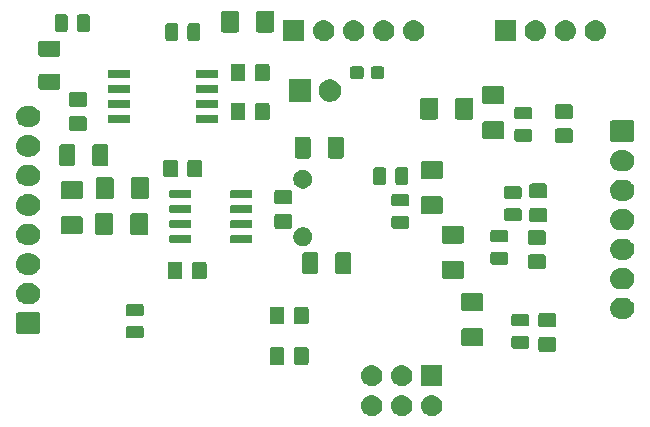
<source format=gbs>
G04 #@! TF.GenerationSoftware,KiCad,Pcbnew,5.0.2-bee76a0~70~ubuntu18.04.1*
G04 #@! TF.CreationDate,2020-01-04T15:46:48+02:00*
G04 #@! TF.ProjectId,swbb_node,73776262-5f6e-46f6-9465-2e6b69636164,rev?*
G04 #@! TF.SameCoordinates,Original*
G04 #@! TF.FileFunction,Soldermask,Bot*
G04 #@! TF.FilePolarity,Negative*
%FSLAX46Y46*%
G04 Gerber Fmt 4.6, Leading zero omitted, Abs format (unit mm)*
G04 Created by KiCad (PCBNEW 5.0.2-bee76a0~70~ubuntu18.04.1) date Сб 04 янв 2020 15:46:48*
%MOMM*%
%LPD*%
G01*
G04 APERTURE LIST*
%ADD10C,0.100000*%
G04 APERTURE END LIST*
D10*
G36*
X103742443Y-158871519D02*
X103808627Y-158878037D01*
X103921853Y-158912384D01*
X103978467Y-158929557D01*
X104117087Y-159003652D01*
X104134991Y-159013222D01*
X104170729Y-159042552D01*
X104272186Y-159125814D01*
X104355448Y-159227271D01*
X104384778Y-159263009D01*
X104384779Y-159263011D01*
X104468443Y-159419533D01*
X104468443Y-159419534D01*
X104519963Y-159589373D01*
X104537359Y-159766000D01*
X104519963Y-159942627D01*
X104485616Y-160055853D01*
X104468443Y-160112467D01*
X104394348Y-160251087D01*
X104384778Y-160268991D01*
X104355448Y-160304729D01*
X104272186Y-160406186D01*
X104170729Y-160489448D01*
X104134991Y-160518778D01*
X104134989Y-160518779D01*
X103978467Y-160602443D01*
X103921853Y-160619616D01*
X103808627Y-160653963D01*
X103742442Y-160660482D01*
X103676260Y-160667000D01*
X103587740Y-160667000D01*
X103521558Y-160660482D01*
X103455373Y-160653963D01*
X103342147Y-160619616D01*
X103285533Y-160602443D01*
X103129011Y-160518779D01*
X103129009Y-160518778D01*
X103093271Y-160489448D01*
X102991814Y-160406186D01*
X102908552Y-160304729D01*
X102879222Y-160268991D01*
X102869652Y-160251087D01*
X102795557Y-160112467D01*
X102778384Y-160055853D01*
X102744037Y-159942627D01*
X102726641Y-159766000D01*
X102744037Y-159589373D01*
X102795557Y-159419534D01*
X102795557Y-159419533D01*
X102879221Y-159263011D01*
X102879222Y-159263009D01*
X102908552Y-159227271D01*
X102991814Y-159125814D01*
X103093271Y-159042552D01*
X103129009Y-159013222D01*
X103146913Y-159003652D01*
X103285533Y-158929557D01*
X103342147Y-158912384D01*
X103455373Y-158878037D01*
X103521557Y-158871519D01*
X103587740Y-158865000D01*
X103676260Y-158865000D01*
X103742443Y-158871519D01*
X103742443Y-158871519D01*
G37*
G36*
X101202443Y-158871519D02*
X101268627Y-158878037D01*
X101381853Y-158912384D01*
X101438467Y-158929557D01*
X101577087Y-159003652D01*
X101594991Y-159013222D01*
X101630729Y-159042552D01*
X101732186Y-159125814D01*
X101815448Y-159227271D01*
X101844778Y-159263009D01*
X101844779Y-159263011D01*
X101928443Y-159419533D01*
X101928443Y-159419534D01*
X101979963Y-159589373D01*
X101997359Y-159766000D01*
X101979963Y-159942627D01*
X101945616Y-160055853D01*
X101928443Y-160112467D01*
X101854348Y-160251087D01*
X101844778Y-160268991D01*
X101815448Y-160304729D01*
X101732186Y-160406186D01*
X101630729Y-160489448D01*
X101594991Y-160518778D01*
X101594989Y-160518779D01*
X101438467Y-160602443D01*
X101381853Y-160619616D01*
X101268627Y-160653963D01*
X101202442Y-160660482D01*
X101136260Y-160667000D01*
X101047740Y-160667000D01*
X100981558Y-160660482D01*
X100915373Y-160653963D01*
X100802147Y-160619616D01*
X100745533Y-160602443D01*
X100589011Y-160518779D01*
X100589009Y-160518778D01*
X100553271Y-160489448D01*
X100451814Y-160406186D01*
X100368552Y-160304729D01*
X100339222Y-160268991D01*
X100329652Y-160251087D01*
X100255557Y-160112467D01*
X100238384Y-160055853D01*
X100204037Y-159942627D01*
X100186641Y-159766000D01*
X100204037Y-159589373D01*
X100255557Y-159419534D01*
X100255557Y-159419533D01*
X100339221Y-159263011D01*
X100339222Y-159263009D01*
X100368552Y-159227271D01*
X100451814Y-159125814D01*
X100553271Y-159042552D01*
X100589009Y-159013222D01*
X100606913Y-159003652D01*
X100745533Y-158929557D01*
X100802147Y-158912384D01*
X100915373Y-158878037D01*
X100981557Y-158871519D01*
X101047740Y-158865000D01*
X101136260Y-158865000D01*
X101202443Y-158871519D01*
X101202443Y-158871519D01*
G37*
G36*
X98662443Y-158871519D02*
X98728627Y-158878037D01*
X98841853Y-158912384D01*
X98898467Y-158929557D01*
X99037087Y-159003652D01*
X99054991Y-159013222D01*
X99090729Y-159042552D01*
X99192186Y-159125814D01*
X99275448Y-159227271D01*
X99304778Y-159263009D01*
X99304779Y-159263011D01*
X99388443Y-159419533D01*
X99388443Y-159419534D01*
X99439963Y-159589373D01*
X99457359Y-159766000D01*
X99439963Y-159942627D01*
X99405616Y-160055853D01*
X99388443Y-160112467D01*
X99314348Y-160251087D01*
X99304778Y-160268991D01*
X99275448Y-160304729D01*
X99192186Y-160406186D01*
X99090729Y-160489448D01*
X99054991Y-160518778D01*
X99054989Y-160518779D01*
X98898467Y-160602443D01*
X98841853Y-160619616D01*
X98728627Y-160653963D01*
X98662442Y-160660482D01*
X98596260Y-160667000D01*
X98507740Y-160667000D01*
X98441558Y-160660482D01*
X98375373Y-160653963D01*
X98262147Y-160619616D01*
X98205533Y-160602443D01*
X98049011Y-160518779D01*
X98049009Y-160518778D01*
X98013271Y-160489448D01*
X97911814Y-160406186D01*
X97828552Y-160304729D01*
X97799222Y-160268991D01*
X97789652Y-160251087D01*
X97715557Y-160112467D01*
X97698384Y-160055853D01*
X97664037Y-159942627D01*
X97646641Y-159766000D01*
X97664037Y-159589373D01*
X97715557Y-159419534D01*
X97715557Y-159419533D01*
X97799221Y-159263011D01*
X97799222Y-159263009D01*
X97828552Y-159227271D01*
X97911814Y-159125814D01*
X98013271Y-159042552D01*
X98049009Y-159013222D01*
X98066913Y-159003652D01*
X98205533Y-158929557D01*
X98262147Y-158912384D01*
X98375373Y-158878037D01*
X98441557Y-158871519D01*
X98507740Y-158865000D01*
X98596260Y-158865000D01*
X98662443Y-158871519D01*
X98662443Y-158871519D01*
G37*
G36*
X98662443Y-156331519D02*
X98728627Y-156338037D01*
X98841853Y-156372384D01*
X98898467Y-156389557D01*
X99037087Y-156463652D01*
X99054991Y-156473222D01*
X99090729Y-156502552D01*
X99192186Y-156585814D01*
X99275448Y-156687271D01*
X99304778Y-156723009D01*
X99304779Y-156723011D01*
X99388443Y-156879533D01*
X99388443Y-156879534D01*
X99439963Y-157049373D01*
X99457359Y-157226000D01*
X99439963Y-157402627D01*
X99405616Y-157515853D01*
X99388443Y-157572467D01*
X99314348Y-157711087D01*
X99304778Y-157728991D01*
X99275448Y-157764729D01*
X99192186Y-157866186D01*
X99090729Y-157949448D01*
X99054991Y-157978778D01*
X99054989Y-157978779D01*
X98898467Y-158062443D01*
X98841853Y-158079616D01*
X98728627Y-158113963D01*
X98662442Y-158120482D01*
X98596260Y-158127000D01*
X98507740Y-158127000D01*
X98441558Y-158120482D01*
X98375373Y-158113963D01*
X98262147Y-158079616D01*
X98205533Y-158062443D01*
X98049011Y-157978779D01*
X98049009Y-157978778D01*
X98013271Y-157949448D01*
X97911814Y-157866186D01*
X97828552Y-157764729D01*
X97799222Y-157728991D01*
X97789652Y-157711087D01*
X97715557Y-157572467D01*
X97698384Y-157515853D01*
X97664037Y-157402627D01*
X97646641Y-157226000D01*
X97664037Y-157049373D01*
X97715557Y-156879534D01*
X97715557Y-156879533D01*
X97799221Y-156723011D01*
X97799222Y-156723009D01*
X97828552Y-156687271D01*
X97911814Y-156585814D01*
X98013271Y-156502552D01*
X98049009Y-156473222D01*
X98066913Y-156463652D01*
X98205533Y-156389557D01*
X98262147Y-156372384D01*
X98375373Y-156338037D01*
X98441557Y-156331519D01*
X98507740Y-156325000D01*
X98596260Y-156325000D01*
X98662443Y-156331519D01*
X98662443Y-156331519D01*
G37*
G36*
X101202443Y-156331519D02*
X101268627Y-156338037D01*
X101381853Y-156372384D01*
X101438467Y-156389557D01*
X101577087Y-156463652D01*
X101594991Y-156473222D01*
X101630729Y-156502552D01*
X101732186Y-156585814D01*
X101815448Y-156687271D01*
X101844778Y-156723009D01*
X101844779Y-156723011D01*
X101928443Y-156879533D01*
X101928443Y-156879534D01*
X101979963Y-157049373D01*
X101997359Y-157226000D01*
X101979963Y-157402627D01*
X101945616Y-157515853D01*
X101928443Y-157572467D01*
X101854348Y-157711087D01*
X101844778Y-157728991D01*
X101815448Y-157764729D01*
X101732186Y-157866186D01*
X101630729Y-157949448D01*
X101594991Y-157978778D01*
X101594989Y-157978779D01*
X101438467Y-158062443D01*
X101381853Y-158079616D01*
X101268627Y-158113963D01*
X101202442Y-158120482D01*
X101136260Y-158127000D01*
X101047740Y-158127000D01*
X100981558Y-158120482D01*
X100915373Y-158113963D01*
X100802147Y-158079616D01*
X100745533Y-158062443D01*
X100589011Y-157978779D01*
X100589009Y-157978778D01*
X100553271Y-157949448D01*
X100451814Y-157866186D01*
X100368552Y-157764729D01*
X100339222Y-157728991D01*
X100329652Y-157711087D01*
X100255557Y-157572467D01*
X100238384Y-157515853D01*
X100204037Y-157402627D01*
X100186641Y-157226000D01*
X100204037Y-157049373D01*
X100255557Y-156879534D01*
X100255557Y-156879533D01*
X100339221Y-156723011D01*
X100339222Y-156723009D01*
X100368552Y-156687271D01*
X100451814Y-156585814D01*
X100553271Y-156502552D01*
X100589009Y-156473222D01*
X100606913Y-156463652D01*
X100745533Y-156389557D01*
X100802147Y-156372384D01*
X100915373Y-156338037D01*
X100981557Y-156331519D01*
X101047740Y-156325000D01*
X101136260Y-156325000D01*
X101202443Y-156331519D01*
X101202443Y-156331519D01*
G37*
G36*
X104533000Y-158127000D02*
X102731000Y-158127000D01*
X102731000Y-156325000D01*
X104533000Y-156325000D01*
X104533000Y-158127000D01*
X104533000Y-158127000D01*
G37*
G36*
X93046677Y-154828465D02*
X93084364Y-154839898D01*
X93119103Y-154858466D01*
X93149548Y-154883452D01*
X93174534Y-154913897D01*
X93193102Y-154948636D01*
X93204535Y-154986323D01*
X93209000Y-155031661D01*
X93209000Y-156118339D01*
X93204535Y-156163677D01*
X93193102Y-156201364D01*
X93174534Y-156236103D01*
X93149548Y-156266548D01*
X93119103Y-156291534D01*
X93084364Y-156310102D01*
X93046677Y-156321535D01*
X93001339Y-156326000D01*
X92164661Y-156326000D01*
X92119323Y-156321535D01*
X92081636Y-156310102D01*
X92046897Y-156291534D01*
X92016452Y-156266548D01*
X91991466Y-156236103D01*
X91972898Y-156201364D01*
X91961465Y-156163677D01*
X91957000Y-156118339D01*
X91957000Y-155031661D01*
X91961465Y-154986323D01*
X91972898Y-154948636D01*
X91991466Y-154913897D01*
X92016452Y-154883452D01*
X92046897Y-154858466D01*
X92081636Y-154839898D01*
X92119323Y-154828465D01*
X92164661Y-154824000D01*
X93001339Y-154824000D01*
X93046677Y-154828465D01*
X93046677Y-154828465D01*
G37*
G36*
X90996677Y-154828465D02*
X91034364Y-154839898D01*
X91069103Y-154858466D01*
X91099548Y-154883452D01*
X91124534Y-154913897D01*
X91143102Y-154948636D01*
X91154535Y-154986323D01*
X91159000Y-155031661D01*
X91159000Y-156118339D01*
X91154535Y-156163677D01*
X91143102Y-156201364D01*
X91124534Y-156236103D01*
X91099548Y-156266548D01*
X91069103Y-156291534D01*
X91034364Y-156310102D01*
X90996677Y-156321535D01*
X90951339Y-156326000D01*
X90114661Y-156326000D01*
X90069323Y-156321535D01*
X90031636Y-156310102D01*
X89996897Y-156291534D01*
X89966452Y-156266548D01*
X89941466Y-156236103D01*
X89922898Y-156201364D01*
X89911465Y-156163677D01*
X89907000Y-156118339D01*
X89907000Y-155031661D01*
X89911465Y-154986323D01*
X89922898Y-154948636D01*
X89941466Y-154913897D01*
X89966452Y-154883452D01*
X89996897Y-154858466D01*
X90031636Y-154839898D01*
X90069323Y-154828465D01*
X90114661Y-154824000D01*
X90951339Y-154824000D01*
X90996677Y-154828465D01*
X90996677Y-154828465D01*
G37*
G36*
X113999677Y-153955465D02*
X114037364Y-153966898D01*
X114072103Y-153985466D01*
X114102548Y-154010452D01*
X114127534Y-154040897D01*
X114146102Y-154075636D01*
X114157535Y-154113323D01*
X114162000Y-154158661D01*
X114162000Y-154995339D01*
X114157535Y-155040677D01*
X114146102Y-155078364D01*
X114127534Y-155113103D01*
X114102548Y-155143548D01*
X114072103Y-155168534D01*
X114037364Y-155187102D01*
X113999677Y-155198535D01*
X113954339Y-155203000D01*
X112867661Y-155203000D01*
X112822323Y-155198535D01*
X112784636Y-155187102D01*
X112749897Y-155168534D01*
X112719452Y-155143548D01*
X112694466Y-155113103D01*
X112675898Y-155078364D01*
X112664465Y-155040677D01*
X112660000Y-154995339D01*
X112660000Y-154158661D01*
X112664465Y-154113323D01*
X112675898Y-154075636D01*
X112694466Y-154040897D01*
X112719452Y-154010452D01*
X112749897Y-153985466D01*
X112784636Y-153966898D01*
X112822323Y-153955465D01*
X112867661Y-153951000D01*
X113954339Y-153951000D01*
X113999677Y-153955465D01*
X113999677Y-153955465D01*
G37*
G36*
X111709466Y-153867565D02*
X111748137Y-153879296D01*
X111783779Y-153898348D01*
X111815017Y-153923983D01*
X111840652Y-153955221D01*
X111859704Y-153990863D01*
X111871435Y-154029534D01*
X111876000Y-154075888D01*
X111876000Y-154727112D01*
X111871435Y-154773466D01*
X111859704Y-154812137D01*
X111840652Y-154847779D01*
X111815017Y-154879017D01*
X111783779Y-154904652D01*
X111748137Y-154923704D01*
X111709466Y-154935435D01*
X111663112Y-154940000D01*
X110586888Y-154940000D01*
X110540534Y-154935435D01*
X110501863Y-154923704D01*
X110466221Y-154904652D01*
X110434983Y-154879017D01*
X110409348Y-154847779D01*
X110390296Y-154812137D01*
X110378565Y-154773466D01*
X110374000Y-154727112D01*
X110374000Y-154075888D01*
X110378565Y-154029534D01*
X110390296Y-153990863D01*
X110409348Y-153955221D01*
X110434983Y-153923983D01*
X110466221Y-153898348D01*
X110501863Y-153879296D01*
X110540534Y-153867565D01*
X110586888Y-153863000D01*
X111663112Y-153863000D01*
X111709466Y-153867565D01*
X111709466Y-153867565D01*
G37*
G36*
X107836562Y-153218181D02*
X107871477Y-153228773D01*
X107903665Y-153245978D01*
X107931873Y-153269127D01*
X107955022Y-153297335D01*
X107972227Y-153329523D01*
X107982819Y-153364438D01*
X107987000Y-153406895D01*
X107987000Y-154548105D01*
X107982819Y-154590562D01*
X107972227Y-154625477D01*
X107955022Y-154657665D01*
X107931873Y-154685873D01*
X107903665Y-154709022D01*
X107871477Y-154726227D01*
X107836562Y-154736819D01*
X107794105Y-154741000D01*
X106327895Y-154741000D01*
X106285438Y-154736819D01*
X106250523Y-154726227D01*
X106218335Y-154709022D01*
X106190127Y-154685873D01*
X106166978Y-154657665D01*
X106149773Y-154625477D01*
X106139181Y-154590562D01*
X106135000Y-154548105D01*
X106135000Y-153406895D01*
X106139181Y-153364438D01*
X106149773Y-153329523D01*
X106166978Y-153297335D01*
X106190127Y-153269127D01*
X106218335Y-153245978D01*
X106250523Y-153228773D01*
X106285438Y-153218181D01*
X106327895Y-153214000D01*
X107794105Y-153214000D01*
X107836562Y-153218181D01*
X107836562Y-153218181D01*
G37*
G36*
X79070466Y-153009565D02*
X79109137Y-153021296D01*
X79144779Y-153040348D01*
X79176017Y-153065983D01*
X79201652Y-153097221D01*
X79220704Y-153132863D01*
X79232435Y-153171534D01*
X79237000Y-153217888D01*
X79237000Y-153869112D01*
X79232435Y-153915466D01*
X79220704Y-153954137D01*
X79201652Y-153989779D01*
X79176017Y-154021017D01*
X79144779Y-154046652D01*
X79109137Y-154065704D01*
X79070466Y-154077435D01*
X79024112Y-154082000D01*
X77947888Y-154082000D01*
X77901534Y-154077435D01*
X77862863Y-154065704D01*
X77827221Y-154046652D01*
X77795983Y-154021017D01*
X77770348Y-153989779D01*
X77751296Y-153954137D01*
X77739565Y-153915466D01*
X77735000Y-153869112D01*
X77735000Y-153217888D01*
X77739565Y-153171534D01*
X77751296Y-153132863D01*
X77770348Y-153097221D01*
X77795983Y-153065983D01*
X77827221Y-153040348D01*
X77862863Y-153021296D01*
X77901534Y-153009565D01*
X77947888Y-153005000D01*
X79024112Y-153005000D01*
X79070466Y-153009565D01*
X79070466Y-153009565D01*
G37*
G36*
X70352600Y-151883989D02*
X70385649Y-151894014D01*
X70416106Y-151910294D01*
X70442799Y-151932201D01*
X70464706Y-151958894D01*
X70480986Y-151989351D01*
X70491011Y-152022400D01*
X70495000Y-152062904D01*
X70495000Y-153499096D01*
X70491011Y-153539600D01*
X70480986Y-153572649D01*
X70464706Y-153603106D01*
X70442799Y-153629799D01*
X70416106Y-153651706D01*
X70385649Y-153667986D01*
X70352600Y-153678011D01*
X70312096Y-153682000D01*
X68625904Y-153682000D01*
X68585400Y-153678011D01*
X68552351Y-153667986D01*
X68521894Y-153651706D01*
X68495201Y-153629799D01*
X68473294Y-153603106D01*
X68457014Y-153572649D01*
X68446989Y-153539600D01*
X68443000Y-153499096D01*
X68443000Y-152062904D01*
X68446989Y-152022400D01*
X68457014Y-151989351D01*
X68473294Y-151958894D01*
X68495201Y-151932201D01*
X68521894Y-151910294D01*
X68552351Y-151894014D01*
X68585400Y-151883989D01*
X68625904Y-151880000D01*
X70312096Y-151880000D01*
X70352600Y-151883989D01*
X70352600Y-151883989D01*
G37*
G36*
X113999677Y-151905465D02*
X114037364Y-151916898D01*
X114072103Y-151935466D01*
X114102548Y-151960452D01*
X114127534Y-151990897D01*
X114146102Y-152025636D01*
X114157535Y-152063323D01*
X114162000Y-152108661D01*
X114162000Y-152945339D01*
X114157535Y-152990677D01*
X114146102Y-153028364D01*
X114127534Y-153063103D01*
X114102548Y-153093548D01*
X114072103Y-153118534D01*
X114037364Y-153137102D01*
X113999677Y-153148535D01*
X113954339Y-153153000D01*
X112867661Y-153153000D01*
X112822323Y-153148535D01*
X112784636Y-153137102D01*
X112749897Y-153118534D01*
X112719452Y-153093548D01*
X112694466Y-153063103D01*
X112675898Y-153028364D01*
X112664465Y-152990677D01*
X112660000Y-152945339D01*
X112660000Y-152108661D01*
X112664465Y-152063323D01*
X112675898Y-152025636D01*
X112694466Y-151990897D01*
X112719452Y-151960452D01*
X112749897Y-151935466D01*
X112784636Y-151916898D01*
X112822323Y-151905465D01*
X112867661Y-151901000D01*
X113954339Y-151901000D01*
X113999677Y-151905465D01*
X113999677Y-151905465D01*
G37*
G36*
X111709466Y-151992565D02*
X111748137Y-152004296D01*
X111783779Y-152023348D01*
X111815017Y-152048983D01*
X111840652Y-152080221D01*
X111859704Y-152115863D01*
X111871435Y-152154534D01*
X111876000Y-152200888D01*
X111876000Y-152852112D01*
X111871435Y-152898466D01*
X111859704Y-152937137D01*
X111840652Y-152972779D01*
X111815017Y-153004017D01*
X111783779Y-153029652D01*
X111748137Y-153048704D01*
X111709466Y-153060435D01*
X111663112Y-153065000D01*
X110586888Y-153065000D01*
X110540534Y-153060435D01*
X110501863Y-153048704D01*
X110466221Y-153029652D01*
X110434983Y-153004017D01*
X110409348Y-152972779D01*
X110390296Y-152937137D01*
X110378565Y-152898466D01*
X110374000Y-152852112D01*
X110374000Y-152200888D01*
X110378565Y-152154534D01*
X110390296Y-152115863D01*
X110409348Y-152080221D01*
X110434983Y-152048983D01*
X110466221Y-152023348D01*
X110501863Y-152004296D01*
X110540534Y-151992565D01*
X110586888Y-151988000D01*
X111663112Y-151988000D01*
X111709466Y-151992565D01*
X111709466Y-151992565D01*
G37*
G36*
X90996677Y-151399465D02*
X91034364Y-151410898D01*
X91069103Y-151429466D01*
X91099548Y-151454452D01*
X91124534Y-151484897D01*
X91143102Y-151519636D01*
X91154535Y-151557323D01*
X91159000Y-151602661D01*
X91159000Y-152689339D01*
X91154535Y-152734677D01*
X91143102Y-152772364D01*
X91124534Y-152807103D01*
X91099548Y-152837548D01*
X91069103Y-152862534D01*
X91034364Y-152881102D01*
X90996677Y-152892535D01*
X90951339Y-152897000D01*
X90114661Y-152897000D01*
X90069323Y-152892535D01*
X90031636Y-152881102D01*
X89996897Y-152862534D01*
X89966452Y-152837548D01*
X89941466Y-152807103D01*
X89922898Y-152772364D01*
X89911465Y-152734677D01*
X89907000Y-152689339D01*
X89907000Y-151602661D01*
X89911465Y-151557323D01*
X89922898Y-151519636D01*
X89941466Y-151484897D01*
X89966452Y-151454452D01*
X89996897Y-151429466D01*
X90031636Y-151410898D01*
X90069323Y-151399465D01*
X90114661Y-151395000D01*
X90951339Y-151395000D01*
X90996677Y-151399465D01*
X90996677Y-151399465D01*
G37*
G36*
X93046677Y-151399465D02*
X93084364Y-151410898D01*
X93119103Y-151429466D01*
X93149548Y-151454452D01*
X93174534Y-151484897D01*
X93193102Y-151519636D01*
X93204535Y-151557323D01*
X93209000Y-151602661D01*
X93209000Y-152689339D01*
X93204535Y-152734677D01*
X93193102Y-152772364D01*
X93174534Y-152807103D01*
X93149548Y-152837548D01*
X93119103Y-152862534D01*
X93084364Y-152881102D01*
X93046677Y-152892535D01*
X93001339Y-152897000D01*
X92164661Y-152897000D01*
X92119323Y-152892535D01*
X92081636Y-152881102D01*
X92046897Y-152862534D01*
X92016452Y-152837548D01*
X91991466Y-152807103D01*
X91972898Y-152772364D01*
X91961465Y-152734677D01*
X91957000Y-152689339D01*
X91957000Y-151602661D01*
X91961465Y-151557323D01*
X91972898Y-151519636D01*
X91991466Y-151484897D01*
X92016452Y-151454452D01*
X92046897Y-151429466D01*
X92081636Y-151410898D01*
X92119323Y-151399465D01*
X92164661Y-151395000D01*
X93001339Y-151395000D01*
X93046677Y-151399465D01*
X93046677Y-151399465D01*
G37*
G36*
X119996443Y-150630519D02*
X120062627Y-150637037D01*
X120175853Y-150671384D01*
X120232467Y-150688557D01*
X120371087Y-150762652D01*
X120388991Y-150772222D01*
X120403329Y-150783989D01*
X120526186Y-150884814D01*
X120609448Y-150986271D01*
X120638778Y-151022009D01*
X120638779Y-151022011D01*
X120722443Y-151178533D01*
X120731643Y-151208861D01*
X120773963Y-151348373D01*
X120791359Y-151525000D01*
X120773963Y-151701627D01*
X120739616Y-151814853D01*
X120722443Y-151871467D01*
X120674879Y-151960452D01*
X120638778Y-152027991D01*
X120625977Y-152043589D01*
X120526186Y-152165186D01*
X120424729Y-152248448D01*
X120388991Y-152277778D01*
X120388989Y-152277779D01*
X120232467Y-152361443D01*
X120175853Y-152378616D01*
X120062627Y-152412963D01*
X119996442Y-152419482D01*
X119930260Y-152426000D01*
X119591740Y-152426000D01*
X119525558Y-152419482D01*
X119459373Y-152412963D01*
X119346147Y-152378616D01*
X119289533Y-152361443D01*
X119133011Y-152277779D01*
X119133009Y-152277778D01*
X119097271Y-152248448D01*
X118995814Y-152165186D01*
X118896023Y-152043589D01*
X118883222Y-152027991D01*
X118847121Y-151960452D01*
X118799557Y-151871467D01*
X118782384Y-151814853D01*
X118748037Y-151701627D01*
X118730641Y-151525000D01*
X118748037Y-151348373D01*
X118790357Y-151208861D01*
X118799557Y-151178533D01*
X118883221Y-151022011D01*
X118883222Y-151022009D01*
X118912552Y-150986271D01*
X118995814Y-150884814D01*
X119118671Y-150783989D01*
X119133009Y-150772222D01*
X119150913Y-150762652D01*
X119289533Y-150688557D01*
X119346147Y-150671384D01*
X119459373Y-150637037D01*
X119525557Y-150630519D01*
X119591740Y-150624000D01*
X119930260Y-150624000D01*
X119996443Y-150630519D01*
X119996443Y-150630519D01*
G37*
G36*
X79070466Y-151134565D02*
X79109137Y-151146296D01*
X79144779Y-151165348D01*
X79176017Y-151190983D01*
X79201652Y-151222221D01*
X79220704Y-151257863D01*
X79232435Y-151296534D01*
X79237000Y-151342888D01*
X79237000Y-151994112D01*
X79232435Y-152040466D01*
X79220704Y-152079137D01*
X79201652Y-152114779D01*
X79176017Y-152146017D01*
X79144779Y-152171652D01*
X79109137Y-152190704D01*
X79070466Y-152202435D01*
X79024112Y-152207000D01*
X77947888Y-152207000D01*
X77901534Y-152202435D01*
X77862863Y-152190704D01*
X77827221Y-152171652D01*
X77795983Y-152146017D01*
X77770348Y-152114779D01*
X77751296Y-152079137D01*
X77739565Y-152040466D01*
X77735000Y-151994112D01*
X77735000Y-151342888D01*
X77739565Y-151296534D01*
X77751296Y-151257863D01*
X77770348Y-151222221D01*
X77795983Y-151190983D01*
X77827221Y-151165348D01*
X77862863Y-151146296D01*
X77901534Y-151134565D01*
X77947888Y-151130000D01*
X79024112Y-151130000D01*
X79070466Y-151134565D01*
X79070466Y-151134565D01*
G37*
G36*
X107836562Y-150243181D02*
X107871477Y-150253773D01*
X107903665Y-150270978D01*
X107931873Y-150294127D01*
X107955022Y-150322335D01*
X107972227Y-150354523D01*
X107982819Y-150389438D01*
X107987000Y-150431895D01*
X107987000Y-151573105D01*
X107982819Y-151615562D01*
X107972227Y-151650477D01*
X107955022Y-151682665D01*
X107931873Y-151710873D01*
X107903665Y-151734022D01*
X107871477Y-151751227D01*
X107836562Y-151761819D01*
X107794105Y-151766000D01*
X106327895Y-151766000D01*
X106285438Y-151761819D01*
X106250523Y-151751227D01*
X106218335Y-151734022D01*
X106190127Y-151710873D01*
X106166978Y-151682665D01*
X106149773Y-151650477D01*
X106139181Y-151615562D01*
X106135000Y-151573105D01*
X106135000Y-150431895D01*
X106139181Y-150389438D01*
X106149773Y-150354523D01*
X106166978Y-150322335D01*
X106190127Y-150294127D01*
X106218335Y-150270978D01*
X106250523Y-150253773D01*
X106285438Y-150243181D01*
X106327895Y-150239000D01*
X107794105Y-150239000D01*
X107836562Y-150243181D01*
X107836562Y-150243181D01*
G37*
G36*
X69704443Y-149386519D02*
X69770627Y-149393037D01*
X69883853Y-149427384D01*
X69940467Y-149444557D01*
X70079087Y-149518652D01*
X70096991Y-149528222D01*
X70132729Y-149557552D01*
X70234186Y-149640814D01*
X70317448Y-149742271D01*
X70346778Y-149778009D01*
X70346779Y-149778011D01*
X70430443Y-149934533D01*
X70430443Y-149934534D01*
X70481963Y-150104373D01*
X70499359Y-150281000D01*
X70481963Y-150457627D01*
X70447616Y-150570853D01*
X70430443Y-150627467D01*
X70397789Y-150688557D01*
X70346778Y-150783991D01*
X70317448Y-150819729D01*
X70234186Y-150921186D01*
X70132729Y-151004448D01*
X70096991Y-151033778D01*
X70096989Y-151033779D01*
X69940467Y-151117443D01*
X69899071Y-151130000D01*
X69770627Y-151168963D01*
X69704442Y-151175482D01*
X69638260Y-151182000D01*
X69299740Y-151182000D01*
X69233558Y-151175482D01*
X69167373Y-151168963D01*
X69038929Y-151130000D01*
X68997533Y-151117443D01*
X68841011Y-151033779D01*
X68841009Y-151033778D01*
X68805271Y-151004448D01*
X68703814Y-150921186D01*
X68620552Y-150819729D01*
X68591222Y-150783991D01*
X68540211Y-150688557D01*
X68507557Y-150627467D01*
X68490384Y-150570853D01*
X68456037Y-150457627D01*
X68438641Y-150281000D01*
X68456037Y-150104373D01*
X68507557Y-149934534D01*
X68507557Y-149934533D01*
X68591221Y-149778011D01*
X68591222Y-149778009D01*
X68620552Y-149742271D01*
X68703814Y-149640814D01*
X68805271Y-149557552D01*
X68841009Y-149528222D01*
X68858913Y-149518652D01*
X68997533Y-149444557D01*
X69054147Y-149427384D01*
X69167373Y-149393037D01*
X69233557Y-149386519D01*
X69299740Y-149380000D01*
X69638260Y-149380000D01*
X69704443Y-149386519D01*
X69704443Y-149386519D01*
G37*
G36*
X119996443Y-148130519D02*
X120062627Y-148137037D01*
X120133539Y-148158548D01*
X120232467Y-148188557D01*
X120287550Y-148218000D01*
X120388991Y-148272222D01*
X120403329Y-148283989D01*
X120526186Y-148384814D01*
X120595770Y-148469604D01*
X120638778Y-148522009D01*
X120638779Y-148522011D01*
X120722443Y-148678533D01*
X120739616Y-148735147D01*
X120773963Y-148848373D01*
X120791359Y-149025000D01*
X120773963Y-149201627D01*
X120739616Y-149314853D01*
X120722443Y-149371467D01*
X120710913Y-149393037D01*
X120638778Y-149527991D01*
X120638589Y-149528221D01*
X120526186Y-149665186D01*
X120424729Y-149748448D01*
X120388991Y-149777778D01*
X120388989Y-149777779D01*
X120232467Y-149861443D01*
X120175853Y-149878616D01*
X120062627Y-149912963D01*
X119996443Y-149919481D01*
X119930260Y-149926000D01*
X119591740Y-149926000D01*
X119525557Y-149919481D01*
X119459373Y-149912963D01*
X119346147Y-149878616D01*
X119289533Y-149861443D01*
X119133011Y-149777779D01*
X119133009Y-149777778D01*
X119097271Y-149748448D01*
X118995814Y-149665186D01*
X118883411Y-149528221D01*
X118883222Y-149527991D01*
X118811087Y-149393037D01*
X118799557Y-149371467D01*
X118782384Y-149314853D01*
X118748037Y-149201627D01*
X118730641Y-149025000D01*
X118748037Y-148848373D01*
X118782384Y-148735147D01*
X118799557Y-148678533D01*
X118883221Y-148522011D01*
X118883222Y-148522009D01*
X118926230Y-148469604D01*
X118995814Y-148384814D01*
X119118671Y-148283989D01*
X119133009Y-148272222D01*
X119234450Y-148218000D01*
X119289533Y-148188557D01*
X119388461Y-148158548D01*
X119459373Y-148137037D01*
X119525557Y-148130519D01*
X119591740Y-148124000D01*
X119930260Y-148124000D01*
X119996443Y-148130519D01*
X119996443Y-148130519D01*
G37*
G36*
X84410677Y-147589465D02*
X84448364Y-147600898D01*
X84483103Y-147619466D01*
X84513548Y-147644452D01*
X84538534Y-147674897D01*
X84557102Y-147709636D01*
X84568535Y-147747323D01*
X84573000Y-147792661D01*
X84573000Y-148879339D01*
X84568535Y-148924677D01*
X84557102Y-148962364D01*
X84538534Y-148997103D01*
X84513548Y-149027548D01*
X84483103Y-149052534D01*
X84448364Y-149071102D01*
X84410677Y-149082535D01*
X84365339Y-149087000D01*
X83528661Y-149087000D01*
X83483323Y-149082535D01*
X83445636Y-149071102D01*
X83410897Y-149052534D01*
X83380452Y-149027548D01*
X83355466Y-148997103D01*
X83336898Y-148962364D01*
X83325465Y-148924677D01*
X83321000Y-148879339D01*
X83321000Y-147792661D01*
X83325465Y-147747323D01*
X83336898Y-147709636D01*
X83355466Y-147674897D01*
X83380452Y-147644452D01*
X83410897Y-147619466D01*
X83445636Y-147600898D01*
X83483323Y-147589465D01*
X83528661Y-147585000D01*
X84365339Y-147585000D01*
X84410677Y-147589465D01*
X84410677Y-147589465D01*
G37*
G36*
X82360677Y-147589465D02*
X82398364Y-147600898D01*
X82433103Y-147619466D01*
X82463548Y-147644452D01*
X82488534Y-147674897D01*
X82507102Y-147709636D01*
X82518535Y-147747323D01*
X82523000Y-147792661D01*
X82523000Y-148879339D01*
X82518535Y-148924677D01*
X82507102Y-148962364D01*
X82488534Y-148997103D01*
X82463548Y-149027548D01*
X82433103Y-149052534D01*
X82398364Y-149071102D01*
X82360677Y-149082535D01*
X82315339Y-149087000D01*
X81478661Y-149087000D01*
X81433323Y-149082535D01*
X81395636Y-149071102D01*
X81360897Y-149052534D01*
X81330452Y-149027548D01*
X81305466Y-148997103D01*
X81286898Y-148962364D01*
X81275465Y-148924677D01*
X81271000Y-148879339D01*
X81271000Y-147792661D01*
X81275465Y-147747323D01*
X81286898Y-147709636D01*
X81305466Y-147674897D01*
X81330452Y-147644452D01*
X81360897Y-147619466D01*
X81395636Y-147600898D01*
X81433323Y-147589465D01*
X81478661Y-147585000D01*
X82315339Y-147585000D01*
X82360677Y-147589465D01*
X82360677Y-147589465D01*
G37*
G36*
X106185562Y-147504181D02*
X106220477Y-147514773D01*
X106252665Y-147531978D01*
X106280873Y-147555127D01*
X106304022Y-147583335D01*
X106321227Y-147615523D01*
X106331819Y-147650438D01*
X106336000Y-147692895D01*
X106336000Y-148834105D01*
X106331819Y-148876562D01*
X106321227Y-148911477D01*
X106304022Y-148943665D01*
X106280873Y-148971873D01*
X106252665Y-148995022D01*
X106220477Y-149012227D01*
X106185562Y-149022819D01*
X106143105Y-149027000D01*
X104676895Y-149027000D01*
X104634438Y-149022819D01*
X104599523Y-149012227D01*
X104567335Y-148995022D01*
X104539127Y-148971873D01*
X104515978Y-148943665D01*
X104498773Y-148911477D01*
X104488181Y-148876562D01*
X104484000Y-148834105D01*
X104484000Y-147692895D01*
X104488181Y-147650438D01*
X104498773Y-147615523D01*
X104515978Y-147583335D01*
X104539127Y-147555127D01*
X104567335Y-147531978D01*
X104599523Y-147514773D01*
X104634438Y-147504181D01*
X104676895Y-147500000D01*
X106143105Y-147500000D01*
X106185562Y-147504181D01*
X106185562Y-147504181D01*
G37*
G36*
X69704443Y-146886519D02*
X69770627Y-146893037D01*
X69883853Y-146927384D01*
X69940467Y-146944557D01*
X70045064Y-147000466D01*
X70096991Y-147028222D01*
X70130713Y-147055897D01*
X70234186Y-147140814D01*
X70314085Y-147238173D01*
X70346778Y-147278009D01*
X70346779Y-147278011D01*
X70430443Y-147434533D01*
X70430443Y-147434534D01*
X70481963Y-147604373D01*
X70499359Y-147781000D01*
X70481963Y-147957627D01*
X70469435Y-147998925D01*
X70430443Y-148127467D01*
X70390549Y-148202102D01*
X70346778Y-148283991D01*
X70317448Y-148319729D01*
X70234186Y-148421186D01*
X70132729Y-148504448D01*
X70096991Y-148533778D01*
X70096989Y-148533779D01*
X69940467Y-148617443D01*
X69908961Y-148627000D01*
X69770627Y-148668963D01*
X69704443Y-148675481D01*
X69638260Y-148682000D01*
X69299740Y-148682000D01*
X69233557Y-148675481D01*
X69167373Y-148668963D01*
X69029039Y-148627000D01*
X68997533Y-148617443D01*
X68841011Y-148533779D01*
X68841009Y-148533778D01*
X68805271Y-148504448D01*
X68703814Y-148421186D01*
X68620552Y-148319729D01*
X68591222Y-148283991D01*
X68547451Y-148202102D01*
X68507557Y-148127467D01*
X68468565Y-147998925D01*
X68456037Y-147957627D01*
X68438641Y-147781000D01*
X68456037Y-147604373D01*
X68507557Y-147434534D01*
X68507557Y-147434533D01*
X68591221Y-147278011D01*
X68591222Y-147278009D01*
X68623915Y-147238173D01*
X68703814Y-147140814D01*
X68807287Y-147055897D01*
X68841009Y-147028222D01*
X68892936Y-147000466D01*
X68997533Y-146944557D01*
X69054147Y-146927384D01*
X69167373Y-146893037D01*
X69233557Y-146886519D01*
X69299740Y-146880000D01*
X69638260Y-146880000D01*
X69704443Y-146886519D01*
X69704443Y-146886519D01*
G37*
G36*
X96657604Y-146779347D02*
X96694145Y-146790432D01*
X96727820Y-146808431D01*
X96757341Y-146832659D01*
X96781569Y-146862180D01*
X96799568Y-146895855D01*
X96810653Y-146932396D01*
X96815000Y-146976538D01*
X96815000Y-148425462D01*
X96810653Y-148469604D01*
X96799568Y-148506145D01*
X96781569Y-148539820D01*
X96757341Y-148569341D01*
X96727820Y-148593569D01*
X96694145Y-148611568D01*
X96657604Y-148622653D01*
X96613462Y-148627000D01*
X95664538Y-148627000D01*
X95620396Y-148622653D01*
X95583855Y-148611568D01*
X95550180Y-148593569D01*
X95520659Y-148569341D01*
X95496431Y-148539820D01*
X95478432Y-148506145D01*
X95467347Y-148469604D01*
X95463000Y-148425462D01*
X95463000Y-146976538D01*
X95467347Y-146932396D01*
X95478432Y-146895855D01*
X95496431Y-146862180D01*
X95520659Y-146832659D01*
X95550180Y-146808431D01*
X95583855Y-146790432D01*
X95620396Y-146779347D01*
X95664538Y-146775000D01*
X96613462Y-146775000D01*
X96657604Y-146779347D01*
X96657604Y-146779347D01*
G37*
G36*
X93857604Y-146779347D02*
X93894145Y-146790432D01*
X93927820Y-146808431D01*
X93957341Y-146832659D01*
X93981569Y-146862180D01*
X93999568Y-146895855D01*
X94010653Y-146932396D01*
X94015000Y-146976538D01*
X94015000Y-148425462D01*
X94010653Y-148469604D01*
X93999568Y-148506145D01*
X93981569Y-148539820D01*
X93957341Y-148569341D01*
X93927820Y-148593569D01*
X93894145Y-148611568D01*
X93857604Y-148622653D01*
X93813462Y-148627000D01*
X92864538Y-148627000D01*
X92820396Y-148622653D01*
X92783855Y-148611568D01*
X92750180Y-148593569D01*
X92720659Y-148569341D01*
X92696431Y-148539820D01*
X92678432Y-148506145D01*
X92667347Y-148469604D01*
X92663000Y-148425462D01*
X92663000Y-146976538D01*
X92667347Y-146932396D01*
X92678432Y-146895855D01*
X92696431Y-146862180D01*
X92720659Y-146832659D01*
X92750180Y-146808431D01*
X92783855Y-146790432D01*
X92820396Y-146779347D01*
X92864538Y-146775000D01*
X93813462Y-146775000D01*
X93857604Y-146779347D01*
X93857604Y-146779347D01*
G37*
G36*
X113110677Y-146970465D02*
X113148364Y-146981898D01*
X113183103Y-147000466D01*
X113213548Y-147025452D01*
X113238534Y-147055897D01*
X113257102Y-147090636D01*
X113268535Y-147128323D01*
X113273000Y-147173661D01*
X113273000Y-148010339D01*
X113268535Y-148055677D01*
X113257102Y-148093364D01*
X113238534Y-148128103D01*
X113213548Y-148158548D01*
X113183103Y-148183534D01*
X113148364Y-148202102D01*
X113110677Y-148213535D01*
X113065339Y-148218000D01*
X111978661Y-148218000D01*
X111933323Y-148213535D01*
X111895636Y-148202102D01*
X111860897Y-148183534D01*
X111830452Y-148158548D01*
X111805466Y-148128103D01*
X111786898Y-148093364D01*
X111775465Y-148055677D01*
X111771000Y-148010339D01*
X111771000Y-147173661D01*
X111775465Y-147128323D01*
X111786898Y-147090636D01*
X111805466Y-147055897D01*
X111830452Y-147025452D01*
X111860897Y-147000466D01*
X111895636Y-146981898D01*
X111933323Y-146970465D01*
X111978661Y-146966000D01*
X113065339Y-146966000D01*
X113110677Y-146970465D01*
X113110677Y-146970465D01*
G37*
G36*
X109931466Y-146755565D02*
X109970137Y-146767296D01*
X110005779Y-146786348D01*
X110037017Y-146811983D01*
X110062652Y-146843221D01*
X110081704Y-146878863D01*
X110093435Y-146917534D01*
X110098000Y-146963888D01*
X110098000Y-147615112D01*
X110093435Y-147661466D01*
X110081704Y-147700137D01*
X110062652Y-147735779D01*
X110037017Y-147767017D01*
X110005779Y-147792652D01*
X109970137Y-147811704D01*
X109931466Y-147823435D01*
X109885112Y-147828000D01*
X108808888Y-147828000D01*
X108762534Y-147823435D01*
X108723863Y-147811704D01*
X108688221Y-147792652D01*
X108656983Y-147767017D01*
X108631348Y-147735779D01*
X108612296Y-147700137D01*
X108600565Y-147661466D01*
X108596000Y-147615112D01*
X108596000Y-146963888D01*
X108600565Y-146917534D01*
X108612296Y-146878863D01*
X108631348Y-146843221D01*
X108656983Y-146811983D01*
X108688221Y-146786348D01*
X108723863Y-146767296D01*
X108762534Y-146755565D01*
X108808888Y-146751000D01*
X109885112Y-146751000D01*
X109931466Y-146755565D01*
X109931466Y-146755565D01*
G37*
G36*
X119996442Y-145630518D02*
X120062627Y-145637037D01*
X120175853Y-145671384D01*
X120232467Y-145688557D01*
X120321745Y-145736278D01*
X120388991Y-145772222D01*
X120424729Y-145801552D01*
X120526186Y-145884814D01*
X120595637Y-145969442D01*
X120638778Y-146022009D01*
X120638779Y-146022011D01*
X120722443Y-146178533D01*
X120739616Y-146235147D01*
X120773963Y-146348373D01*
X120791359Y-146525000D01*
X120773963Y-146701627D01*
X120750387Y-146779347D01*
X120722443Y-146871467D01*
X120660839Y-146986718D01*
X120638778Y-147027991D01*
X120615876Y-147055897D01*
X120526186Y-147165186D01*
X120424729Y-147248448D01*
X120388991Y-147277778D01*
X120388989Y-147277779D01*
X120232467Y-147361443D01*
X120175853Y-147378616D01*
X120062627Y-147412963D01*
X119996443Y-147419481D01*
X119930260Y-147426000D01*
X119591740Y-147426000D01*
X119525557Y-147419481D01*
X119459373Y-147412963D01*
X119346147Y-147378616D01*
X119289533Y-147361443D01*
X119133011Y-147277779D01*
X119133009Y-147277778D01*
X119097271Y-147248448D01*
X118995814Y-147165186D01*
X118906124Y-147055897D01*
X118883222Y-147027991D01*
X118861161Y-146986718D01*
X118799557Y-146871467D01*
X118771613Y-146779347D01*
X118748037Y-146701627D01*
X118730641Y-146525000D01*
X118748037Y-146348373D01*
X118782384Y-146235147D01*
X118799557Y-146178533D01*
X118883221Y-146022011D01*
X118883222Y-146022009D01*
X118926363Y-145969442D01*
X118995814Y-145884814D01*
X119097271Y-145801552D01*
X119133009Y-145772222D01*
X119200255Y-145736278D01*
X119289533Y-145688557D01*
X119346147Y-145671384D01*
X119459373Y-145637037D01*
X119525558Y-145630518D01*
X119591740Y-145624000D01*
X119930260Y-145624000D01*
X119996442Y-145630518D01*
X119996442Y-145630518D01*
G37*
G36*
X92943643Y-144698781D02*
X93089415Y-144759162D01*
X93220611Y-144846824D01*
X93332176Y-144958389D01*
X93419838Y-145089585D01*
X93480219Y-145235357D01*
X93511000Y-145390107D01*
X93511000Y-145547893D01*
X93480219Y-145702643D01*
X93419838Y-145848415D01*
X93332176Y-145979611D01*
X93220611Y-146091176D01*
X93089415Y-146178838D01*
X92943643Y-146239219D01*
X92788893Y-146270000D01*
X92631107Y-146270000D01*
X92476357Y-146239219D01*
X92330585Y-146178838D01*
X92199389Y-146091176D01*
X92087824Y-145979611D01*
X92000162Y-145848415D01*
X91939781Y-145702643D01*
X91909000Y-145547893D01*
X91909000Y-145390107D01*
X91939781Y-145235357D01*
X92000162Y-145089585D01*
X92087824Y-144958389D01*
X92199389Y-144846824D01*
X92330585Y-144759162D01*
X92476357Y-144698781D01*
X92631107Y-144668000D01*
X92788893Y-144668000D01*
X92943643Y-144698781D01*
X92943643Y-144698781D01*
G37*
G36*
X69704443Y-144386519D02*
X69770627Y-144393037D01*
X69883853Y-144427384D01*
X69940467Y-144444557D01*
X70075673Y-144516827D01*
X70096991Y-144528222D01*
X70132030Y-144556978D01*
X70234186Y-144640814D01*
X70311172Y-144734623D01*
X70346778Y-144778009D01*
X70346779Y-144778011D01*
X70430443Y-144934533D01*
X70430443Y-144934534D01*
X70481963Y-145104373D01*
X70499359Y-145281000D01*
X70481963Y-145457627D01*
X70471081Y-145493500D01*
X70430443Y-145627467D01*
X70397789Y-145688557D01*
X70346778Y-145783991D01*
X70317448Y-145819729D01*
X70234186Y-145921186D01*
X70149819Y-145990423D01*
X70096991Y-146033778D01*
X70096989Y-146033779D01*
X69940467Y-146117443D01*
X69925012Y-146122131D01*
X69770627Y-146168963D01*
X69704443Y-146175481D01*
X69638260Y-146182000D01*
X69299740Y-146182000D01*
X69233557Y-146175481D01*
X69167373Y-146168963D01*
X69012988Y-146122131D01*
X68997533Y-146117443D01*
X68841011Y-146033779D01*
X68841009Y-146033778D01*
X68788181Y-145990423D01*
X68703814Y-145921186D01*
X68620552Y-145819729D01*
X68591222Y-145783991D01*
X68540211Y-145688557D01*
X68507557Y-145627467D01*
X68466919Y-145493500D01*
X68456037Y-145457627D01*
X68438641Y-145281000D01*
X68456037Y-145104373D01*
X68507557Y-144934534D01*
X68507557Y-144934533D01*
X68591221Y-144778011D01*
X68591222Y-144778009D01*
X68626828Y-144734623D01*
X68703814Y-144640814D01*
X68805970Y-144556978D01*
X68841009Y-144528222D01*
X68862327Y-144516827D01*
X68997533Y-144444557D01*
X69054147Y-144427384D01*
X69167373Y-144393037D01*
X69233557Y-144386519D01*
X69299740Y-144380000D01*
X69638260Y-144380000D01*
X69704443Y-144386519D01*
X69704443Y-144386519D01*
G37*
G36*
X113110677Y-144920465D02*
X113148364Y-144931898D01*
X113183103Y-144950466D01*
X113213548Y-144975452D01*
X113238534Y-145005897D01*
X113257102Y-145040636D01*
X113268535Y-145078323D01*
X113273000Y-145123661D01*
X113273000Y-145960339D01*
X113268535Y-146005677D01*
X113257102Y-146043364D01*
X113238534Y-146078103D01*
X113213548Y-146108548D01*
X113183103Y-146133534D01*
X113148364Y-146152102D01*
X113110677Y-146163535D01*
X113065339Y-146168000D01*
X111978661Y-146168000D01*
X111933323Y-146163535D01*
X111895636Y-146152102D01*
X111860897Y-146133534D01*
X111830452Y-146108548D01*
X111805466Y-146078103D01*
X111786898Y-146043364D01*
X111775465Y-146005677D01*
X111771000Y-145960339D01*
X111771000Y-145123661D01*
X111775465Y-145078323D01*
X111786898Y-145040636D01*
X111805466Y-145005897D01*
X111830452Y-144975452D01*
X111860897Y-144950466D01*
X111895636Y-144931898D01*
X111933323Y-144920465D01*
X111978661Y-144916000D01*
X113065339Y-144916000D01*
X113110677Y-144920465D01*
X113110677Y-144920465D01*
G37*
G36*
X106185562Y-144529181D02*
X106220477Y-144539773D01*
X106252665Y-144556978D01*
X106280873Y-144580127D01*
X106304022Y-144608335D01*
X106321227Y-144640523D01*
X106331819Y-144675438D01*
X106336000Y-144717895D01*
X106336000Y-145859105D01*
X106331819Y-145901562D01*
X106321227Y-145936477D01*
X106304022Y-145968665D01*
X106280873Y-145996873D01*
X106252665Y-146020022D01*
X106220477Y-146037227D01*
X106185562Y-146047819D01*
X106143105Y-146052000D01*
X104676895Y-146052000D01*
X104634438Y-146047819D01*
X104599523Y-146037227D01*
X104567335Y-146020022D01*
X104539127Y-145996873D01*
X104515978Y-145968665D01*
X104498773Y-145936477D01*
X104488181Y-145901562D01*
X104484000Y-145859105D01*
X104484000Y-144717895D01*
X104488181Y-144675438D01*
X104498773Y-144640523D01*
X104515978Y-144608335D01*
X104539127Y-144580127D01*
X104567335Y-144556978D01*
X104599523Y-144539773D01*
X104634438Y-144529181D01*
X104676895Y-144525000D01*
X106143105Y-144525000D01*
X106185562Y-144529181D01*
X106185562Y-144529181D01*
G37*
G36*
X83187928Y-145320764D02*
X83209011Y-145327160D01*
X83228442Y-145337546D01*
X83245475Y-145351525D01*
X83259454Y-145368558D01*
X83269840Y-145387989D01*
X83276236Y-145409072D01*
X83279000Y-145437140D01*
X83279000Y-145900860D01*
X83276236Y-145928928D01*
X83269840Y-145950011D01*
X83259454Y-145969442D01*
X83245475Y-145986475D01*
X83228442Y-146000454D01*
X83209011Y-146010840D01*
X83187928Y-146017236D01*
X83159860Y-146020000D01*
X81546140Y-146020000D01*
X81518072Y-146017236D01*
X81496989Y-146010840D01*
X81477558Y-146000454D01*
X81460525Y-145986475D01*
X81446546Y-145969442D01*
X81436160Y-145950011D01*
X81429764Y-145928928D01*
X81427000Y-145900860D01*
X81427000Y-145437140D01*
X81429764Y-145409072D01*
X81436160Y-145387989D01*
X81446546Y-145368558D01*
X81460525Y-145351525D01*
X81477558Y-145337546D01*
X81496989Y-145327160D01*
X81518072Y-145320764D01*
X81546140Y-145318000D01*
X83159860Y-145318000D01*
X83187928Y-145320764D01*
X83187928Y-145320764D01*
G37*
G36*
X88337928Y-145320764D02*
X88359011Y-145327160D01*
X88378442Y-145337546D01*
X88395475Y-145351525D01*
X88409454Y-145368558D01*
X88419840Y-145387989D01*
X88426236Y-145409072D01*
X88429000Y-145437140D01*
X88429000Y-145900860D01*
X88426236Y-145928928D01*
X88419840Y-145950011D01*
X88409454Y-145969442D01*
X88395475Y-145986475D01*
X88378442Y-146000454D01*
X88359011Y-146010840D01*
X88337928Y-146017236D01*
X88309860Y-146020000D01*
X86696140Y-146020000D01*
X86668072Y-146017236D01*
X86646989Y-146010840D01*
X86627558Y-146000454D01*
X86610525Y-145986475D01*
X86596546Y-145969442D01*
X86586160Y-145950011D01*
X86579764Y-145928928D01*
X86577000Y-145900860D01*
X86577000Y-145437140D01*
X86579764Y-145409072D01*
X86586160Y-145387989D01*
X86596546Y-145368558D01*
X86610525Y-145351525D01*
X86627558Y-145337546D01*
X86646989Y-145327160D01*
X86668072Y-145320764D01*
X86696140Y-145318000D01*
X88309860Y-145318000D01*
X88337928Y-145320764D01*
X88337928Y-145320764D01*
G37*
G36*
X109931466Y-144880565D02*
X109970137Y-144892296D01*
X110005779Y-144911348D01*
X110037017Y-144936983D01*
X110062652Y-144968221D01*
X110081704Y-145003863D01*
X110093435Y-145042534D01*
X110098000Y-145088888D01*
X110098000Y-145740112D01*
X110093435Y-145786466D01*
X110081704Y-145825137D01*
X110062652Y-145860779D01*
X110037017Y-145892017D01*
X110005779Y-145917652D01*
X109970137Y-145936704D01*
X109931466Y-145948435D01*
X109885112Y-145953000D01*
X108808888Y-145953000D01*
X108762534Y-145948435D01*
X108723863Y-145936704D01*
X108688221Y-145917652D01*
X108656983Y-145892017D01*
X108631348Y-145860779D01*
X108612296Y-145825137D01*
X108600565Y-145786466D01*
X108596000Y-145740112D01*
X108596000Y-145088888D01*
X108600565Y-145042534D01*
X108612296Y-145003863D01*
X108631348Y-144968221D01*
X108656983Y-144936983D01*
X108688221Y-144911348D01*
X108723863Y-144892296D01*
X108762534Y-144880565D01*
X108808888Y-144876000D01*
X109885112Y-144876000D01*
X109931466Y-144880565D01*
X109931466Y-144880565D01*
G37*
G36*
X79480062Y-143477181D02*
X79514977Y-143487773D01*
X79547165Y-143504978D01*
X79575373Y-143528127D01*
X79598522Y-143556335D01*
X79615727Y-143588523D01*
X79626319Y-143623438D01*
X79630500Y-143665895D01*
X79630500Y-145132105D01*
X79626319Y-145174562D01*
X79615727Y-145209477D01*
X79598522Y-145241665D01*
X79575373Y-145269873D01*
X79547165Y-145293022D01*
X79514977Y-145310227D01*
X79480062Y-145320819D01*
X79437605Y-145325000D01*
X78296395Y-145325000D01*
X78253938Y-145320819D01*
X78219023Y-145310227D01*
X78186835Y-145293022D01*
X78158627Y-145269873D01*
X78135478Y-145241665D01*
X78118273Y-145209477D01*
X78107681Y-145174562D01*
X78103500Y-145132105D01*
X78103500Y-143665895D01*
X78107681Y-143623438D01*
X78118273Y-143588523D01*
X78135478Y-143556335D01*
X78158627Y-143528127D01*
X78186835Y-143504978D01*
X78219023Y-143487773D01*
X78253938Y-143477181D01*
X78296395Y-143473000D01*
X79437605Y-143473000D01*
X79480062Y-143477181D01*
X79480062Y-143477181D01*
G37*
G36*
X76505062Y-143477181D02*
X76539977Y-143487773D01*
X76572165Y-143504978D01*
X76600373Y-143528127D01*
X76623522Y-143556335D01*
X76640727Y-143588523D01*
X76651319Y-143623438D01*
X76655500Y-143665895D01*
X76655500Y-145132105D01*
X76651319Y-145174562D01*
X76640727Y-145209477D01*
X76623522Y-145241665D01*
X76600373Y-145269873D01*
X76572165Y-145293022D01*
X76539977Y-145310227D01*
X76505062Y-145320819D01*
X76462605Y-145325000D01*
X75321395Y-145325000D01*
X75278938Y-145320819D01*
X75244023Y-145310227D01*
X75211835Y-145293022D01*
X75183627Y-145269873D01*
X75160478Y-145241665D01*
X75143273Y-145209477D01*
X75132681Y-145174562D01*
X75128500Y-145132105D01*
X75128500Y-143665895D01*
X75132681Y-143623438D01*
X75143273Y-143588523D01*
X75160478Y-143556335D01*
X75183627Y-143528127D01*
X75211835Y-143504978D01*
X75244023Y-143487773D01*
X75278938Y-143477181D01*
X75321395Y-143473000D01*
X76462605Y-143473000D01*
X76505062Y-143477181D01*
X76505062Y-143477181D01*
G37*
G36*
X73927562Y-143730181D02*
X73962477Y-143740773D01*
X73994665Y-143757978D01*
X74022873Y-143781127D01*
X74046022Y-143809335D01*
X74063227Y-143841523D01*
X74073819Y-143876438D01*
X74078000Y-143918895D01*
X74078000Y-145060105D01*
X74073819Y-145102562D01*
X74063227Y-145137477D01*
X74046022Y-145169665D01*
X74022873Y-145197873D01*
X73994665Y-145221022D01*
X73962477Y-145238227D01*
X73927562Y-145248819D01*
X73885105Y-145253000D01*
X72418895Y-145253000D01*
X72376438Y-145248819D01*
X72341523Y-145238227D01*
X72309335Y-145221022D01*
X72281127Y-145197873D01*
X72257978Y-145169665D01*
X72240773Y-145137477D01*
X72230181Y-145102562D01*
X72226000Y-145060105D01*
X72226000Y-143918895D01*
X72230181Y-143876438D01*
X72240773Y-143841523D01*
X72257978Y-143809335D01*
X72281127Y-143781127D01*
X72309335Y-143757978D01*
X72341523Y-143740773D01*
X72376438Y-143730181D01*
X72418895Y-143726000D01*
X73885105Y-143726000D01*
X73927562Y-143730181D01*
X73927562Y-143730181D01*
G37*
G36*
X119996442Y-143130518D02*
X120062627Y-143137037D01*
X120142351Y-143161221D01*
X120232467Y-143188557D01*
X120319751Y-143235212D01*
X120388991Y-143272222D01*
X120419311Y-143297105D01*
X120526186Y-143384814D01*
X120602782Y-143478148D01*
X120638778Y-143522009D01*
X120638779Y-143522011D01*
X120722443Y-143678533D01*
X120731434Y-143708174D01*
X120773963Y-143848373D01*
X120791359Y-144025000D01*
X120773963Y-144201627D01*
X120739616Y-144314853D01*
X120722443Y-144371467D01*
X120710913Y-144393037D01*
X120638778Y-144527991D01*
X120609448Y-144563729D01*
X120526186Y-144665186D01*
X120434000Y-144740840D01*
X120388991Y-144777778D01*
X120388989Y-144777779D01*
X120232467Y-144861443D01*
X120184478Y-144876000D01*
X120062627Y-144912963D01*
X119996443Y-144919481D01*
X119930260Y-144926000D01*
X119591740Y-144926000D01*
X119525557Y-144919481D01*
X119459373Y-144912963D01*
X119337522Y-144876000D01*
X119289533Y-144861443D01*
X119133011Y-144777779D01*
X119133009Y-144777778D01*
X119088000Y-144740840D01*
X118995814Y-144665186D01*
X118912552Y-144563729D01*
X118883222Y-144527991D01*
X118811087Y-144393037D01*
X118799557Y-144371467D01*
X118782384Y-144314853D01*
X118748037Y-144201627D01*
X118730641Y-144025000D01*
X118748037Y-143848373D01*
X118790566Y-143708174D01*
X118799557Y-143678533D01*
X118883221Y-143522011D01*
X118883222Y-143522009D01*
X118919218Y-143478148D01*
X118995814Y-143384814D01*
X119102689Y-143297105D01*
X119133009Y-143272222D01*
X119202249Y-143235212D01*
X119289533Y-143188557D01*
X119379649Y-143161221D01*
X119459373Y-143137037D01*
X119525558Y-143130518D01*
X119591740Y-143124000D01*
X119930260Y-143124000D01*
X119996442Y-143130518D01*
X119996442Y-143130518D01*
G37*
G36*
X91647677Y-143541465D02*
X91685364Y-143552898D01*
X91720103Y-143571466D01*
X91750548Y-143596452D01*
X91775534Y-143626897D01*
X91794102Y-143661636D01*
X91805535Y-143699323D01*
X91810000Y-143744661D01*
X91810000Y-144581339D01*
X91805535Y-144626677D01*
X91794102Y-144664364D01*
X91775534Y-144699103D01*
X91750548Y-144729548D01*
X91720103Y-144754534D01*
X91685364Y-144773102D01*
X91647677Y-144784535D01*
X91602339Y-144789000D01*
X90515661Y-144789000D01*
X90470323Y-144784535D01*
X90432636Y-144773102D01*
X90397897Y-144754534D01*
X90367452Y-144729548D01*
X90342466Y-144699103D01*
X90323898Y-144664364D01*
X90312465Y-144626677D01*
X90308000Y-144581339D01*
X90308000Y-143744661D01*
X90312465Y-143699323D01*
X90323898Y-143661636D01*
X90342466Y-143626897D01*
X90367452Y-143596452D01*
X90397897Y-143571466D01*
X90432636Y-143552898D01*
X90470323Y-143541465D01*
X90515661Y-143537000D01*
X91602339Y-143537000D01*
X91647677Y-143541465D01*
X91647677Y-143541465D01*
G37*
G36*
X101549466Y-143707565D02*
X101588137Y-143719296D01*
X101623779Y-143738348D01*
X101655017Y-143763983D01*
X101680652Y-143795221D01*
X101699704Y-143830863D01*
X101711435Y-143869534D01*
X101716000Y-143915888D01*
X101716000Y-144567112D01*
X101711435Y-144613466D01*
X101699704Y-144652137D01*
X101680652Y-144687779D01*
X101655017Y-144719017D01*
X101623779Y-144744652D01*
X101588137Y-144763704D01*
X101549466Y-144775435D01*
X101503112Y-144780000D01*
X100426888Y-144780000D01*
X100380534Y-144775435D01*
X100341863Y-144763704D01*
X100306221Y-144744652D01*
X100274983Y-144719017D01*
X100249348Y-144687779D01*
X100230296Y-144652137D01*
X100218565Y-144613466D01*
X100214000Y-144567112D01*
X100214000Y-143915888D01*
X100218565Y-143869534D01*
X100230296Y-143830863D01*
X100249348Y-143795221D01*
X100274983Y-143763983D01*
X100306221Y-143738348D01*
X100341863Y-143719296D01*
X100380534Y-143707565D01*
X100426888Y-143703000D01*
X101503112Y-143703000D01*
X101549466Y-143707565D01*
X101549466Y-143707565D01*
G37*
G36*
X83187928Y-144050764D02*
X83209011Y-144057160D01*
X83228442Y-144067546D01*
X83245475Y-144081525D01*
X83259454Y-144098558D01*
X83269840Y-144117989D01*
X83276236Y-144139072D01*
X83279000Y-144167140D01*
X83279000Y-144630860D01*
X83276236Y-144658928D01*
X83269840Y-144680011D01*
X83259454Y-144699442D01*
X83245475Y-144716475D01*
X83228442Y-144730454D01*
X83209011Y-144740840D01*
X83187928Y-144747236D01*
X83159860Y-144750000D01*
X81546140Y-144750000D01*
X81518072Y-144747236D01*
X81496989Y-144740840D01*
X81477558Y-144730454D01*
X81460525Y-144716475D01*
X81446546Y-144699442D01*
X81436160Y-144680011D01*
X81429764Y-144658928D01*
X81427000Y-144630860D01*
X81427000Y-144167140D01*
X81429764Y-144139072D01*
X81436160Y-144117989D01*
X81446546Y-144098558D01*
X81460525Y-144081525D01*
X81477558Y-144067546D01*
X81496989Y-144057160D01*
X81518072Y-144050764D01*
X81546140Y-144048000D01*
X83159860Y-144048000D01*
X83187928Y-144050764D01*
X83187928Y-144050764D01*
G37*
G36*
X88337928Y-144050764D02*
X88359011Y-144057160D01*
X88378442Y-144067546D01*
X88395475Y-144081525D01*
X88409454Y-144098558D01*
X88419840Y-144117989D01*
X88426236Y-144139072D01*
X88429000Y-144167140D01*
X88429000Y-144630860D01*
X88426236Y-144658928D01*
X88419840Y-144680011D01*
X88409454Y-144699442D01*
X88395475Y-144716475D01*
X88378442Y-144730454D01*
X88359011Y-144740840D01*
X88337928Y-144747236D01*
X88309860Y-144750000D01*
X86696140Y-144750000D01*
X86668072Y-144747236D01*
X86646989Y-144740840D01*
X86627558Y-144730454D01*
X86610525Y-144716475D01*
X86596546Y-144699442D01*
X86586160Y-144680011D01*
X86579764Y-144658928D01*
X86577000Y-144630860D01*
X86577000Y-144167140D01*
X86579764Y-144139072D01*
X86586160Y-144117989D01*
X86596546Y-144098558D01*
X86610525Y-144081525D01*
X86627558Y-144067546D01*
X86646989Y-144057160D01*
X86668072Y-144050764D01*
X86696140Y-144048000D01*
X88309860Y-144048000D01*
X88337928Y-144050764D01*
X88337928Y-144050764D01*
G37*
G36*
X113237677Y-143015465D02*
X113275364Y-143026898D01*
X113310103Y-143045466D01*
X113340548Y-143070452D01*
X113365534Y-143100897D01*
X113384102Y-143135636D01*
X113395535Y-143173323D01*
X113400000Y-143218661D01*
X113400000Y-144055339D01*
X113395535Y-144100677D01*
X113384102Y-144138364D01*
X113365534Y-144173103D01*
X113340548Y-144203548D01*
X113310103Y-144228534D01*
X113275364Y-144247102D01*
X113237677Y-144258535D01*
X113192339Y-144263000D01*
X112105661Y-144263000D01*
X112060323Y-144258535D01*
X112022636Y-144247102D01*
X111987897Y-144228534D01*
X111957452Y-144203548D01*
X111932466Y-144173103D01*
X111913898Y-144138364D01*
X111902465Y-144100677D01*
X111898000Y-144055339D01*
X111898000Y-143218661D01*
X111902465Y-143173323D01*
X111913898Y-143135636D01*
X111932466Y-143100897D01*
X111957452Y-143070452D01*
X111987897Y-143045466D01*
X112022636Y-143026898D01*
X112060323Y-143015465D01*
X112105661Y-143011000D01*
X113192339Y-143011000D01*
X113237677Y-143015465D01*
X113237677Y-143015465D01*
G37*
G36*
X111074466Y-143073565D02*
X111113137Y-143085296D01*
X111148779Y-143104348D01*
X111180017Y-143129983D01*
X111205652Y-143161221D01*
X111224704Y-143196863D01*
X111236435Y-143235534D01*
X111241000Y-143281888D01*
X111241000Y-143933112D01*
X111236435Y-143979466D01*
X111224704Y-144018137D01*
X111205652Y-144053779D01*
X111180017Y-144085017D01*
X111148779Y-144110652D01*
X111113137Y-144129704D01*
X111074466Y-144141435D01*
X111028112Y-144146000D01*
X109951888Y-144146000D01*
X109905534Y-144141435D01*
X109866863Y-144129704D01*
X109831221Y-144110652D01*
X109799983Y-144085017D01*
X109774348Y-144053779D01*
X109755296Y-144018137D01*
X109743565Y-143979466D01*
X109739000Y-143933112D01*
X109739000Y-143281888D01*
X109743565Y-143235534D01*
X109755296Y-143196863D01*
X109774348Y-143161221D01*
X109799983Y-143129983D01*
X109831221Y-143104348D01*
X109866863Y-143085296D01*
X109905534Y-143073565D01*
X109951888Y-143069000D01*
X111028112Y-143069000D01*
X111074466Y-143073565D01*
X111074466Y-143073565D01*
G37*
G36*
X69704443Y-141886519D02*
X69770627Y-141893037D01*
X69883853Y-141927384D01*
X69940467Y-141944557D01*
X70033966Y-141994534D01*
X70096991Y-142028222D01*
X70108905Y-142038000D01*
X70234186Y-142140814D01*
X70312016Y-142235652D01*
X70346778Y-142278009D01*
X70346779Y-142278011D01*
X70430443Y-142434533D01*
X70430443Y-142434534D01*
X70481963Y-142604373D01*
X70499359Y-142781000D01*
X70481963Y-142957627D01*
X70464418Y-143015465D01*
X70430443Y-143127467D01*
X70381698Y-143218661D01*
X70346778Y-143283991D01*
X70317448Y-143319729D01*
X70234186Y-143421186D01*
X70153048Y-143487773D01*
X70096991Y-143533778D01*
X70096989Y-143533779D01*
X69940467Y-143617443D01*
X69883853Y-143634616D01*
X69770627Y-143668963D01*
X69704442Y-143675482D01*
X69638260Y-143682000D01*
X69299740Y-143682000D01*
X69233558Y-143675482D01*
X69167373Y-143668963D01*
X69054147Y-143634616D01*
X68997533Y-143617443D01*
X68841011Y-143533779D01*
X68841009Y-143533778D01*
X68784952Y-143487773D01*
X68703814Y-143421186D01*
X68620552Y-143319729D01*
X68591222Y-143283991D01*
X68556302Y-143218661D01*
X68507557Y-143127467D01*
X68473582Y-143015465D01*
X68456037Y-142957627D01*
X68438641Y-142781000D01*
X68456037Y-142604373D01*
X68507557Y-142434534D01*
X68507557Y-142434533D01*
X68591221Y-142278011D01*
X68591222Y-142278009D01*
X68625984Y-142235652D01*
X68703814Y-142140814D01*
X68829095Y-142038000D01*
X68841009Y-142028222D01*
X68904034Y-141994534D01*
X68997533Y-141944557D01*
X69054147Y-141927384D01*
X69167373Y-141893037D01*
X69233557Y-141886519D01*
X69299740Y-141880000D01*
X69638260Y-141880000D01*
X69704443Y-141886519D01*
X69704443Y-141886519D01*
G37*
G36*
X104407562Y-142042181D02*
X104442477Y-142052773D01*
X104474665Y-142069978D01*
X104502873Y-142093127D01*
X104526022Y-142121335D01*
X104543227Y-142153523D01*
X104553819Y-142188438D01*
X104558000Y-142230895D01*
X104558000Y-143372105D01*
X104553819Y-143414562D01*
X104543227Y-143449477D01*
X104526022Y-143481665D01*
X104502873Y-143509873D01*
X104474665Y-143533022D01*
X104442477Y-143550227D01*
X104407562Y-143560819D01*
X104365105Y-143565000D01*
X102898895Y-143565000D01*
X102856438Y-143560819D01*
X102821523Y-143550227D01*
X102789335Y-143533022D01*
X102761127Y-143509873D01*
X102737978Y-143481665D01*
X102720773Y-143449477D01*
X102710181Y-143414562D01*
X102706000Y-143372105D01*
X102706000Y-142230895D01*
X102710181Y-142188438D01*
X102720773Y-142153523D01*
X102737978Y-142121335D01*
X102761127Y-142093127D01*
X102789335Y-142069978D01*
X102821523Y-142052773D01*
X102856438Y-142042181D01*
X102898895Y-142038000D01*
X104365105Y-142038000D01*
X104407562Y-142042181D01*
X104407562Y-142042181D01*
G37*
G36*
X83187928Y-142780764D02*
X83209011Y-142787160D01*
X83228442Y-142797546D01*
X83245475Y-142811525D01*
X83259454Y-142828558D01*
X83269840Y-142847989D01*
X83276236Y-142869072D01*
X83279000Y-142897140D01*
X83279000Y-143360860D01*
X83276236Y-143388928D01*
X83269840Y-143410011D01*
X83259454Y-143429442D01*
X83245475Y-143446475D01*
X83228442Y-143460454D01*
X83209011Y-143470840D01*
X83187928Y-143477236D01*
X83159860Y-143480000D01*
X81546140Y-143480000D01*
X81518072Y-143477236D01*
X81496989Y-143470840D01*
X81477558Y-143460454D01*
X81460525Y-143446475D01*
X81446546Y-143429442D01*
X81436160Y-143410011D01*
X81429764Y-143388928D01*
X81427000Y-143360860D01*
X81427000Y-142897140D01*
X81429764Y-142869072D01*
X81436160Y-142847989D01*
X81446546Y-142828558D01*
X81460525Y-142811525D01*
X81477558Y-142797546D01*
X81496989Y-142787160D01*
X81518072Y-142780764D01*
X81546140Y-142778000D01*
X83159860Y-142778000D01*
X83187928Y-142780764D01*
X83187928Y-142780764D01*
G37*
G36*
X88337928Y-142780764D02*
X88359011Y-142787160D01*
X88378442Y-142797546D01*
X88395475Y-142811525D01*
X88409454Y-142828558D01*
X88419840Y-142847989D01*
X88426236Y-142869072D01*
X88429000Y-142897140D01*
X88429000Y-143360860D01*
X88426236Y-143388928D01*
X88419840Y-143410011D01*
X88409454Y-143429442D01*
X88395475Y-143446475D01*
X88378442Y-143460454D01*
X88359011Y-143470840D01*
X88337928Y-143477236D01*
X88309860Y-143480000D01*
X86696140Y-143480000D01*
X86668072Y-143477236D01*
X86646989Y-143470840D01*
X86627558Y-143460454D01*
X86610525Y-143446475D01*
X86596546Y-143429442D01*
X86586160Y-143410011D01*
X86579764Y-143388928D01*
X86577000Y-143360860D01*
X86577000Y-142897140D01*
X86579764Y-142869072D01*
X86586160Y-142847989D01*
X86596546Y-142828558D01*
X86610525Y-142811525D01*
X86627558Y-142797546D01*
X86646989Y-142787160D01*
X86668072Y-142780764D01*
X86696140Y-142778000D01*
X88309860Y-142778000D01*
X88337928Y-142780764D01*
X88337928Y-142780764D01*
G37*
G36*
X101549466Y-141832565D02*
X101588137Y-141844296D01*
X101623779Y-141863348D01*
X101655017Y-141888983D01*
X101680652Y-141920221D01*
X101699704Y-141955863D01*
X101711435Y-141994534D01*
X101716000Y-142040888D01*
X101716000Y-142692112D01*
X101711435Y-142738466D01*
X101699704Y-142777137D01*
X101680652Y-142812779D01*
X101655017Y-142844017D01*
X101623779Y-142869652D01*
X101588137Y-142888704D01*
X101549466Y-142900435D01*
X101503112Y-142905000D01*
X100426888Y-142905000D01*
X100380534Y-142900435D01*
X100341863Y-142888704D01*
X100306221Y-142869652D01*
X100274983Y-142844017D01*
X100249348Y-142812779D01*
X100230296Y-142777137D01*
X100218565Y-142738466D01*
X100214000Y-142692112D01*
X100214000Y-142040888D01*
X100218565Y-141994534D01*
X100230296Y-141955863D01*
X100249348Y-141920221D01*
X100274983Y-141888983D01*
X100306221Y-141863348D01*
X100341863Y-141844296D01*
X100380534Y-141832565D01*
X100426888Y-141828000D01*
X101503112Y-141828000D01*
X101549466Y-141832565D01*
X101549466Y-141832565D01*
G37*
G36*
X91647677Y-141491465D02*
X91685364Y-141502898D01*
X91720103Y-141521466D01*
X91750548Y-141546452D01*
X91775534Y-141576897D01*
X91794102Y-141611636D01*
X91805535Y-141649323D01*
X91810000Y-141694661D01*
X91810000Y-142531339D01*
X91805535Y-142576677D01*
X91794102Y-142614364D01*
X91775534Y-142649103D01*
X91750548Y-142679548D01*
X91720103Y-142704534D01*
X91685364Y-142723102D01*
X91647677Y-142734535D01*
X91602339Y-142739000D01*
X90515661Y-142739000D01*
X90470323Y-142734535D01*
X90432636Y-142723102D01*
X90397897Y-142704534D01*
X90367452Y-142679548D01*
X90342466Y-142649103D01*
X90323898Y-142614364D01*
X90312465Y-142576677D01*
X90308000Y-142531339D01*
X90308000Y-141694661D01*
X90312465Y-141649323D01*
X90323898Y-141611636D01*
X90342466Y-141576897D01*
X90367452Y-141546452D01*
X90397897Y-141521466D01*
X90432636Y-141502898D01*
X90470323Y-141491465D01*
X90515661Y-141487000D01*
X91602339Y-141487000D01*
X91647677Y-141491465D01*
X91647677Y-141491465D01*
G37*
G36*
X119996443Y-140630519D02*
X120062627Y-140637037D01*
X120164342Y-140667892D01*
X120232467Y-140688557D01*
X120349288Y-140751000D01*
X120388991Y-140772222D01*
X120402097Y-140782978D01*
X120526186Y-140884814D01*
X120594795Y-140968416D01*
X120638778Y-141022009D01*
X120638779Y-141022011D01*
X120722443Y-141178533D01*
X120733352Y-141214495D01*
X120773963Y-141348373D01*
X120791359Y-141525000D01*
X120773963Y-141701627D01*
X120739616Y-141814853D01*
X120722443Y-141871467D01*
X120683375Y-141944557D01*
X120638778Y-142027991D01*
X120609448Y-142063729D01*
X120526186Y-142165186D01*
X120428904Y-142245022D01*
X120388991Y-142277778D01*
X120388989Y-142277779D01*
X120232467Y-142361443D01*
X120175853Y-142378616D01*
X120062627Y-142412963D01*
X119996442Y-142419482D01*
X119930260Y-142426000D01*
X119591740Y-142426000D01*
X119525558Y-142419482D01*
X119459373Y-142412963D01*
X119346147Y-142378616D01*
X119289533Y-142361443D01*
X119133011Y-142277779D01*
X119133009Y-142277778D01*
X119093096Y-142245022D01*
X118995814Y-142165186D01*
X118912552Y-142063729D01*
X118883222Y-142027991D01*
X118838625Y-141944557D01*
X118799557Y-141871467D01*
X118782384Y-141814853D01*
X118748037Y-141701627D01*
X118730641Y-141525000D01*
X118748037Y-141348373D01*
X118788648Y-141214495D01*
X118799557Y-141178533D01*
X118883221Y-141022011D01*
X118883222Y-141022009D01*
X118927205Y-140968416D01*
X118995814Y-140884814D01*
X119119903Y-140782978D01*
X119133009Y-140772222D01*
X119172712Y-140751000D01*
X119289533Y-140688557D01*
X119357658Y-140667892D01*
X119459373Y-140637037D01*
X119525557Y-140630519D01*
X119591740Y-140624000D01*
X119930260Y-140624000D01*
X119996443Y-140630519D01*
X119996443Y-140630519D01*
G37*
G36*
X73927562Y-140755181D02*
X73962477Y-140765773D01*
X73994665Y-140782978D01*
X74022873Y-140806127D01*
X74046022Y-140834335D01*
X74063227Y-140866523D01*
X74073819Y-140901438D01*
X74078000Y-140943895D01*
X74078000Y-142085105D01*
X74073819Y-142127562D01*
X74063227Y-142162477D01*
X74046022Y-142194665D01*
X74022873Y-142222873D01*
X73994665Y-142246022D01*
X73962477Y-142263227D01*
X73927562Y-142273819D01*
X73885105Y-142278000D01*
X72418895Y-142278000D01*
X72376438Y-142273819D01*
X72341523Y-142263227D01*
X72309335Y-142246022D01*
X72281127Y-142222873D01*
X72257978Y-142194665D01*
X72240773Y-142162477D01*
X72230181Y-142127562D01*
X72226000Y-142085105D01*
X72226000Y-140943895D01*
X72230181Y-140901438D01*
X72240773Y-140866523D01*
X72257978Y-140834335D01*
X72281127Y-140806127D01*
X72309335Y-140782978D01*
X72341523Y-140765773D01*
X72376438Y-140755181D01*
X72418895Y-140751000D01*
X73885105Y-140751000D01*
X73927562Y-140755181D01*
X73927562Y-140755181D01*
G37*
G36*
X76559062Y-140429181D02*
X76593977Y-140439773D01*
X76626165Y-140456978D01*
X76654373Y-140480127D01*
X76677522Y-140508335D01*
X76694727Y-140540523D01*
X76705319Y-140575438D01*
X76709500Y-140617895D01*
X76709500Y-142084105D01*
X76705319Y-142126562D01*
X76694727Y-142161477D01*
X76677522Y-142193665D01*
X76654373Y-142221873D01*
X76626165Y-142245022D01*
X76593977Y-142262227D01*
X76559062Y-142272819D01*
X76516605Y-142277000D01*
X75375395Y-142277000D01*
X75332938Y-142272819D01*
X75298023Y-142262227D01*
X75265835Y-142245022D01*
X75237627Y-142221873D01*
X75214478Y-142193665D01*
X75197273Y-142161477D01*
X75186681Y-142126562D01*
X75182500Y-142084105D01*
X75182500Y-140617895D01*
X75186681Y-140575438D01*
X75197273Y-140540523D01*
X75214478Y-140508335D01*
X75237627Y-140480127D01*
X75265835Y-140456978D01*
X75298023Y-140439773D01*
X75332938Y-140429181D01*
X75375395Y-140425000D01*
X76516605Y-140425000D01*
X76559062Y-140429181D01*
X76559062Y-140429181D01*
G37*
G36*
X79534062Y-140429181D02*
X79568977Y-140439773D01*
X79601165Y-140456978D01*
X79629373Y-140480127D01*
X79652522Y-140508335D01*
X79669727Y-140540523D01*
X79680319Y-140575438D01*
X79684500Y-140617895D01*
X79684500Y-142084105D01*
X79680319Y-142126562D01*
X79669727Y-142161477D01*
X79652522Y-142193665D01*
X79629373Y-142221873D01*
X79601165Y-142245022D01*
X79568977Y-142262227D01*
X79534062Y-142272819D01*
X79491605Y-142277000D01*
X78350395Y-142277000D01*
X78307938Y-142272819D01*
X78273023Y-142262227D01*
X78240835Y-142245022D01*
X78212627Y-142221873D01*
X78189478Y-142193665D01*
X78172273Y-142161477D01*
X78161681Y-142126562D01*
X78157500Y-142084105D01*
X78157500Y-140617895D01*
X78161681Y-140575438D01*
X78172273Y-140540523D01*
X78189478Y-140508335D01*
X78212627Y-140480127D01*
X78240835Y-140456978D01*
X78273023Y-140439773D01*
X78307938Y-140429181D01*
X78350395Y-140425000D01*
X79491605Y-140425000D01*
X79534062Y-140429181D01*
X79534062Y-140429181D01*
G37*
G36*
X111074466Y-141198565D02*
X111113137Y-141210296D01*
X111148779Y-141229348D01*
X111180017Y-141254983D01*
X111205652Y-141286221D01*
X111224704Y-141321863D01*
X111236435Y-141360534D01*
X111241000Y-141406888D01*
X111241000Y-142058112D01*
X111236435Y-142104466D01*
X111224704Y-142143137D01*
X111205652Y-142178779D01*
X111180017Y-142210017D01*
X111148779Y-142235652D01*
X111113137Y-142254704D01*
X111074466Y-142266435D01*
X111028112Y-142271000D01*
X109951888Y-142271000D01*
X109905534Y-142266435D01*
X109866863Y-142254704D01*
X109831221Y-142235652D01*
X109799983Y-142210017D01*
X109774348Y-142178779D01*
X109755296Y-142143137D01*
X109743565Y-142104466D01*
X109739000Y-142058112D01*
X109739000Y-141406888D01*
X109743565Y-141360534D01*
X109755296Y-141321863D01*
X109774348Y-141286221D01*
X109799983Y-141254983D01*
X109831221Y-141229348D01*
X109866863Y-141210296D01*
X109905534Y-141198565D01*
X109951888Y-141194000D01*
X111028112Y-141194000D01*
X111074466Y-141198565D01*
X111074466Y-141198565D01*
G37*
G36*
X113237677Y-140965465D02*
X113275364Y-140976898D01*
X113310103Y-140995466D01*
X113340548Y-141020452D01*
X113365534Y-141050897D01*
X113384102Y-141085636D01*
X113395535Y-141123323D01*
X113400000Y-141168661D01*
X113400000Y-142005339D01*
X113395535Y-142050677D01*
X113384102Y-142088364D01*
X113365534Y-142123103D01*
X113340548Y-142153548D01*
X113310103Y-142178534D01*
X113275364Y-142197102D01*
X113237677Y-142208535D01*
X113192339Y-142213000D01*
X112105661Y-142213000D01*
X112060323Y-142208535D01*
X112022636Y-142197102D01*
X111987897Y-142178534D01*
X111957452Y-142153548D01*
X111932466Y-142123103D01*
X111913898Y-142088364D01*
X111902465Y-142050677D01*
X111898000Y-142005339D01*
X111898000Y-141168661D01*
X111902465Y-141123323D01*
X111913898Y-141085636D01*
X111932466Y-141050897D01*
X111957452Y-141020452D01*
X111987897Y-140995466D01*
X112022636Y-140976898D01*
X112060323Y-140965465D01*
X112105661Y-140961000D01*
X113192339Y-140961000D01*
X113237677Y-140965465D01*
X113237677Y-140965465D01*
G37*
G36*
X88337928Y-141510764D02*
X88359011Y-141517160D01*
X88378442Y-141527546D01*
X88395475Y-141541525D01*
X88409454Y-141558558D01*
X88419840Y-141577989D01*
X88426236Y-141599072D01*
X88429000Y-141627140D01*
X88429000Y-142090860D01*
X88426236Y-142118928D01*
X88419840Y-142140011D01*
X88409454Y-142159442D01*
X88395475Y-142176475D01*
X88378442Y-142190454D01*
X88359011Y-142200840D01*
X88337928Y-142207236D01*
X88309860Y-142210000D01*
X86696140Y-142210000D01*
X86668072Y-142207236D01*
X86646989Y-142200840D01*
X86627558Y-142190454D01*
X86610525Y-142176475D01*
X86596546Y-142159442D01*
X86586160Y-142140011D01*
X86579764Y-142118928D01*
X86577000Y-142090860D01*
X86577000Y-141627140D01*
X86579764Y-141599072D01*
X86586160Y-141577989D01*
X86596546Y-141558558D01*
X86610525Y-141541525D01*
X86627558Y-141527546D01*
X86646989Y-141517160D01*
X86668072Y-141510764D01*
X86696140Y-141508000D01*
X88309860Y-141508000D01*
X88337928Y-141510764D01*
X88337928Y-141510764D01*
G37*
G36*
X83187928Y-141510764D02*
X83209011Y-141517160D01*
X83228442Y-141527546D01*
X83245475Y-141541525D01*
X83259454Y-141558558D01*
X83269840Y-141577989D01*
X83276236Y-141599072D01*
X83279000Y-141627140D01*
X83279000Y-142090860D01*
X83276236Y-142118928D01*
X83269840Y-142140011D01*
X83259454Y-142159442D01*
X83245475Y-142176475D01*
X83228442Y-142190454D01*
X83209011Y-142200840D01*
X83187928Y-142207236D01*
X83159860Y-142210000D01*
X81546140Y-142210000D01*
X81518072Y-142207236D01*
X81496989Y-142200840D01*
X81477558Y-142190454D01*
X81460525Y-142176475D01*
X81446546Y-142159442D01*
X81436160Y-142140011D01*
X81429764Y-142118928D01*
X81427000Y-142090860D01*
X81427000Y-141627140D01*
X81429764Y-141599072D01*
X81436160Y-141577989D01*
X81446546Y-141558558D01*
X81460525Y-141541525D01*
X81477558Y-141527546D01*
X81496989Y-141517160D01*
X81518072Y-141510764D01*
X81546140Y-141508000D01*
X83159860Y-141508000D01*
X83187928Y-141510764D01*
X83187928Y-141510764D01*
G37*
G36*
X92943643Y-139818781D02*
X93089415Y-139879162D01*
X93220611Y-139966824D01*
X93332176Y-140078389D01*
X93419838Y-140209585D01*
X93480219Y-140355357D01*
X93511000Y-140510107D01*
X93511000Y-140667893D01*
X93480219Y-140822643D01*
X93419838Y-140968415D01*
X93332176Y-141099611D01*
X93220611Y-141211176D01*
X93089415Y-141298838D01*
X92943643Y-141359219D01*
X92788893Y-141390000D01*
X92631107Y-141390000D01*
X92476357Y-141359219D01*
X92330585Y-141298838D01*
X92199389Y-141211176D01*
X92087824Y-141099611D01*
X92000162Y-140968415D01*
X91939781Y-140822643D01*
X91909000Y-140667893D01*
X91909000Y-140510107D01*
X91939781Y-140355357D01*
X92000162Y-140209585D01*
X92087824Y-140078389D01*
X92199389Y-139966824D01*
X92330585Y-139879162D01*
X92476357Y-139818781D01*
X92631107Y-139788000D01*
X92788893Y-139788000D01*
X92943643Y-139818781D01*
X92943643Y-139818781D01*
G37*
G36*
X69704443Y-139386519D02*
X69770627Y-139393037D01*
X69877119Y-139425341D01*
X69940467Y-139444557D01*
X70079087Y-139518652D01*
X70096991Y-139528222D01*
X70132729Y-139557552D01*
X70234186Y-139640814D01*
X70317448Y-139742271D01*
X70346778Y-139778009D01*
X70346779Y-139778011D01*
X70430443Y-139934533D01*
X70440238Y-139966824D01*
X70481963Y-140104373D01*
X70499359Y-140281000D01*
X70481963Y-140457627D01*
X70447994Y-140569608D01*
X70430443Y-140627467D01*
X70397789Y-140688557D01*
X70346778Y-140783991D01*
X70336801Y-140796148D01*
X70234186Y-140921186D01*
X70160426Y-140981718D01*
X70096991Y-141033778D01*
X70096989Y-141033779D01*
X69940467Y-141117443D01*
X69902312Y-141129017D01*
X69770627Y-141168963D01*
X69704442Y-141175482D01*
X69638260Y-141182000D01*
X69299740Y-141182000D01*
X69233558Y-141175482D01*
X69167373Y-141168963D01*
X69035688Y-141129017D01*
X68997533Y-141117443D01*
X68841011Y-141033779D01*
X68841009Y-141033778D01*
X68777574Y-140981718D01*
X68703814Y-140921186D01*
X68601199Y-140796148D01*
X68591222Y-140783991D01*
X68540211Y-140688557D01*
X68507557Y-140627467D01*
X68490006Y-140569608D01*
X68456037Y-140457627D01*
X68438641Y-140281000D01*
X68456037Y-140104373D01*
X68497762Y-139966824D01*
X68507557Y-139934533D01*
X68591221Y-139778011D01*
X68591222Y-139778009D01*
X68620552Y-139742271D01*
X68703814Y-139640814D01*
X68805271Y-139557552D01*
X68841009Y-139528222D01*
X68858913Y-139518652D01*
X68997533Y-139444557D01*
X69060881Y-139425341D01*
X69167373Y-139393037D01*
X69233557Y-139386519D01*
X69299740Y-139380000D01*
X69638260Y-139380000D01*
X69704443Y-139386519D01*
X69704443Y-139386519D01*
G37*
G36*
X101463466Y-139588565D02*
X101502137Y-139600296D01*
X101537779Y-139619348D01*
X101569017Y-139644983D01*
X101594652Y-139676221D01*
X101613704Y-139711863D01*
X101625435Y-139750534D01*
X101630000Y-139796888D01*
X101630000Y-140873112D01*
X101625435Y-140919466D01*
X101613704Y-140958137D01*
X101594652Y-140993779D01*
X101569017Y-141025017D01*
X101537779Y-141050652D01*
X101502137Y-141069704D01*
X101463466Y-141081435D01*
X101417112Y-141086000D01*
X100765888Y-141086000D01*
X100719534Y-141081435D01*
X100680863Y-141069704D01*
X100645221Y-141050652D01*
X100613983Y-141025017D01*
X100588348Y-140993779D01*
X100569296Y-140958137D01*
X100557565Y-140919466D01*
X100553000Y-140873112D01*
X100553000Y-139796888D01*
X100557565Y-139750534D01*
X100569296Y-139711863D01*
X100588348Y-139676221D01*
X100613983Y-139644983D01*
X100645221Y-139619348D01*
X100680863Y-139600296D01*
X100719534Y-139588565D01*
X100765888Y-139584000D01*
X101417112Y-139584000D01*
X101463466Y-139588565D01*
X101463466Y-139588565D01*
G37*
G36*
X99588466Y-139588565D02*
X99627137Y-139600296D01*
X99662779Y-139619348D01*
X99694017Y-139644983D01*
X99719652Y-139676221D01*
X99738704Y-139711863D01*
X99750435Y-139750534D01*
X99755000Y-139796888D01*
X99755000Y-140873112D01*
X99750435Y-140919466D01*
X99738704Y-140958137D01*
X99719652Y-140993779D01*
X99694017Y-141025017D01*
X99662779Y-141050652D01*
X99627137Y-141069704D01*
X99588466Y-141081435D01*
X99542112Y-141086000D01*
X98890888Y-141086000D01*
X98844534Y-141081435D01*
X98805863Y-141069704D01*
X98770221Y-141050652D01*
X98738983Y-141025017D01*
X98713348Y-140993779D01*
X98694296Y-140958137D01*
X98682565Y-140919466D01*
X98678000Y-140873112D01*
X98678000Y-139796888D01*
X98682565Y-139750534D01*
X98694296Y-139711863D01*
X98713348Y-139676221D01*
X98738983Y-139644983D01*
X98770221Y-139619348D01*
X98805863Y-139600296D01*
X98844534Y-139588565D01*
X98890888Y-139584000D01*
X99542112Y-139584000D01*
X99588466Y-139588565D01*
X99588466Y-139588565D01*
G37*
G36*
X104407562Y-139067181D02*
X104442477Y-139077773D01*
X104474665Y-139094978D01*
X104502873Y-139118127D01*
X104526022Y-139146335D01*
X104543227Y-139178523D01*
X104553819Y-139213438D01*
X104558000Y-139255895D01*
X104558000Y-140397105D01*
X104553819Y-140439562D01*
X104543227Y-140474477D01*
X104526022Y-140506665D01*
X104502873Y-140534873D01*
X104474665Y-140558022D01*
X104442477Y-140575227D01*
X104407562Y-140585819D01*
X104365105Y-140590000D01*
X102898895Y-140590000D01*
X102856438Y-140585819D01*
X102821523Y-140575227D01*
X102789335Y-140558022D01*
X102761127Y-140534873D01*
X102737978Y-140506665D01*
X102720773Y-140474477D01*
X102710181Y-140439562D01*
X102706000Y-140397105D01*
X102706000Y-139255895D01*
X102710181Y-139213438D01*
X102720773Y-139178523D01*
X102737978Y-139146335D01*
X102761127Y-139118127D01*
X102789335Y-139094978D01*
X102821523Y-139077773D01*
X102856438Y-139067181D01*
X102898895Y-139063000D01*
X104365105Y-139063000D01*
X104407562Y-139067181D01*
X104407562Y-139067181D01*
G37*
G36*
X84029677Y-138953465D02*
X84067364Y-138964898D01*
X84102103Y-138983466D01*
X84132548Y-139008452D01*
X84157534Y-139038897D01*
X84176102Y-139073636D01*
X84187535Y-139111323D01*
X84192000Y-139156661D01*
X84192000Y-140243339D01*
X84187535Y-140288677D01*
X84176102Y-140326364D01*
X84157534Y-140361103D01*
X84132548Y-140391548D01*
X84102103Y-140416534D01*
X84067364Y-140435102D01*
X84029677Y-140446535D01*
X83984339Y-140451000D01*
X83147661Y-140451000D01*
X83102323Y-140446535D01*
X83064636Y-140435102D01*
X83029897Y-140416534D01*
X82999452Y-140391548D01*
X82974466Y-140361103D01*
X82955898Y-140326364D01*
X82944465Y-140288677D01*
X82940000Y-140243339D01*
X82940000Y-139156661D01*
X82944465Y-139111323D01*
X82955898Y-139073636D01*
X82974466Y-139038897D01*
X82999452Y-139008452D01*
X83029897Y-138983466D01*
X83064636Y-138964898D01*
X83102323Y-138953465D01*
X83147661Y-138949000D01*
X83984339Y-138949000D01*
X84029677Y-138953465D01*
X84029677Y-138953465D01*
G37*
G36*
X81979677Y-138953465D02*
X82017364Y-138964898D01*
X82052103Y-138983466D01*
X82082548Y-139008452D01*
X82107534Y-139038897D01*
X82126102Y-139073636D01*
X82137535Y-139111323D01*
X82142000Y-139156661D01*
X82142000Y-140243339D01*
X82137535Y-140288677D01*
X82126102Y-140326364D01*
X82107534Y-140361103D01*
X82082548Y-140391548D01*
X82052103Y-140416534D01*
X82017364Y-140435102D01*
X81979677Y-140446535D01*
X81934339Y-140451000D01*
X81097661Y-140451000D01*
X81052323Y-140446535D01*
X81014636Y-140435102D01*
X80979897Y-140416534D01*
X80949452Y-140391548D01*
X80924466Y-140361103D01*
X80905898Y-140326364D01*
X80894465Y-140288677D01*
X80890000Y-140243339D01*
X80890000Y-139156661D01*
X80894465Y-139111323D01*
X80905898Y-139073636D01*
X80924466Y-139038897D01*
X80949452Y-139008452D01*
X80979897Y-138983466D01*
X81014636Y-138964898D01*
X81052323Y-138953465D01*
X81097661Y-138949000D01*
X81934339Y-138949000D01*
X81979677Y-138953465D01*
X81979677Y-138953465D01*
G37*
G36*
X119996443Y-138130519D02*
X120062627Y-138137037D01*
X120175853Y-138171384D01*
X120232467Y-138188557D01*
X120371087Y-138262652D01*
X120388991Y-138272222D01*
X120403329Y-138283989D01*
X120526186Y-138384814D01*
X120609448Y-138486271D01*
X120638778Y-138522009D01*
X120638779Y-138522011D01*
X120722443Y-138678533D01*
X120737189Y-138727145D01*
X120773963Y-138848373D01*
X120791359Y-139025000D01*
X120773963Y-139201627D01*
X120757501Y-139255895D01*
X120722443Y-139371467D01*
X120705159Y-139403802D01*
X120638778Y-139527991D01*
X120638589Y-139528221D01*
X120526186Y-139665186D01*
X120424729Y-139748448D01*
X120388991Y-139777778D01*
X120388989Y-139777779D01*
X120232467Y-139861443D01*
X120175853Y-139878616D01*
X120062627Y-139912963D01*
X119996443Y-139919481D01*
X119930260Y-139926000D01*
X119591740Y-139926000D01*
X119525557Y-139919481D01*
X119459373Y-139912963D01*
X119346147Y-139878616D01*
X119289533Y-139861443D01*
X119133011Y-139777779D01*
X119133009Y-139777778D01*
X119097271Y-139748448D01*
X118995814Y-139665186D01*
X118883411Y-139528221D01*
X118883222Y-139527991D01*
X118816841Y-139403802D01*
X118799557Y-139371467D01*
X118764499Y-139255895D01*
X118748037Y-139201627D01*
X118730641Y-139025000D01*
X118748037Y-138848373D01*
X118784811Y-138727145D01*
X118799557Y-138678533D01*
X118883221Y-138522011D01*
X118883222Y-138522009D01*
X118912552Y-138486271D01*
X118995814Y-138384814D01*
X119118671Y-138283989D01*
X119133009Y-138272222D01*
X119150913Y-138262652D01*
X119289533Y-138188557D01*
X119346147Y-138171384D01*
X119459373Y-138137037D01*
X119525557Y-138130519D01*
X119591740Y-138124000D01*
X119930260Y-138124000D01*
X119996443Y-138130519D01*
X119996443Y-138130519D01*
G37*
G36*
X76083604Y-137635347D02*
X76120145Y-137646432D01*
X76153820Y-137664431D01*
X76183341Y-137688659D01*
X76207569Y-137718180D01*
X76225568Y-137751855D01*
X76236653Y-137788396D01*
X76241000Y-137832538D01*
X76241000Y-139281462D01*
X76236653Y-139325604D01*
X76225568Y-139362145D01*
X76207569Y-139395820D01*
X76183341Y-139425341D01*
X76153820Y-139449569D01*
X76120145Y-139467568D01*
X76083604Y-139478653D01*
X76039462Y-139483000D01*
X75090538Y-139483000D01*
X75046396Y-139478653D01*
X75009855Y-139467568D01*
X74976180Y-139449569D01*
X74946659Y-139425341D01*
X74922431Y-139395820D01*
X74904432Y-139362145D01*
X74893347Y-139325604D01*
X74889000Y-139281462D01*
X74889000Y-137832538D01*
X74893347Y-137788396D01*
X74904432Y-137751855D01*
X74922431Y-137718180D01*
X74946659Y-137688659D01*
X74976180Y-137664431D01*
X75009855Y-137646432D01*
X75046396Y-137635347D01*
X75090538Y-137631000D01*
X76039462Y-137631000D01*
X76083604Y-137635347D01*
X76083604Y-137635347D01*
G37*
G36*
X73283604Y-137635347D02*
X73320145Y-137646432D01*
X73353820Y-137664431D01*
X73383341Y-137688659D01*
X73407569Y-137718180D01*
X73425568Y-137751855D01*
X73436653Y-137788396D01*
X73441000Y-137832538D01*
X73441000Y-139281462D01*
X73436653Y-139325604D01*
X73425568Y-139362145D01*
X73407569Y-139395820D01*
X73383341Y-139425341D01*
X73353820Y-139449569D01*
X73320145Y-139467568D01*
X73283604Y-139478653D01*
X73239462Y-139483000D01*
X72290538Y-139483000D01*
X72246396Y-139478653D01*
X72209855Y-139467568D01*
X72176180Y-139449569D01*
X72146659Y-139425341D01*
X72122431Y-139395820D01*
X72104432Y-139362145D01*
X72093347Y-139325604D01*
X72089000Y-139281462D01*
X72089000Y-137832538D01*
X72093347Y-137788396D01*
X72104432Y-137751855D01*
X72122431Y-137718180D01*
X72146659Y-137688659D01*
X72176180Y-137664431D01*
X72209855Y-137646432D01*
X72246396Y-137635347D01*
X72290538Y-137631000D01*
X73239462Y-137631000D01*
X73283604Y-137635347D01*
X73283604Y-137635347D01*
G37*
G36*
X93222604Y-137000347D02*
X93259145Y-137011432D01*
X93292820Y-137029431D01*
X93322341Y-137053659D01*
X93346569Y-137083180D01*
X93364568Y-137116855D01*
X93375653Y-137153396D01*
X93380000Y-137197538D01*
X93380000Y-138646462D01*
X93375653Y-138690604D01*
X93364568Y-138727145D01*
X93346569Y-138760820D01*
X93322341Y-138790341D01*
X93292820Y-138814569D01*
X93259145Y-138832568D01*
X93222604Y-138843653D01*
X93178462Y-138848000D01*
X92229538Y-138848000D01*
X92185396Y-138843653D01*
X92148855Y-138832568D01*
X92115180Y-138814569D01*
X92085659Y-138790341D01*
X92061431Y-138760820D01*
X92043432Y-138727145D01*
X92032347Y-138690604D01*
X92028000Y-138646462D01*
X92028000Y-137197538D01*
X92032347Y-137153396D01*
X92043432Y-137116855D01*
X92061431Y-137083180D01*
X92085659Y-137053659D01*
X92115180Y-137029431D01*
X92148855Y-137011432D01*
X92185396Y-137000347D01*
X92229538Y-136996000D01*
X93178462Y-136996000D01*
X93222604Y-137000347D01*
X93222604Y-137000347D01*
G37*
G36*
X96022604Y-137000347D02*
X96059145Y-137011432D01*
X96092820Y-137029431D01*
X96122341Y-137053659D01*
X96146569Y-137083180D01*
X96164568Y-137116855D01*
X96175653Y-137153396D01*
X96180000Y-137197538D01*
X96180000Y-138646462D01*
X96175653Y-138690604D01*
X96164568Y-138727145D01*
X96146569Y-138760820D01*
X96122341Y-138790341D01*
X96092820Y-138814569D01*
X96059145Y-138832568D01*
X96022604Y-138843653D01*
X95978462Y-138848000D01*
X95029538Y-138848000D01*
X94985396Y-138843653D01*
X94948855Y-138832568D01*
X94915180Y-138814569D01*
X94885659Y-138790341D01*
X94861431Y-138760820D01*
X94843432Y-138727145D01*
X94832347Y-138690604D01*
X94828000Y-138646462D01*
X94828000Y-137197538D01*
X94832347Y-137153396D01*
X94843432Y-137116855D01*
X94861431Y-137083180D01*
X94885659Y-137053659D01*
X94915180Y-137029431D01*
X94948855Y-137011432D01*
X94985396Y-137000347D01*
X95029538Y-136996000D01*
X95978462Y-136996000D01*
X96022604Y-137000347D01*
X96022604Y-137000347D01*
G37*
G36*
X69704443Y-136886519D02*
X69770627Y-136893037D01*
X69883853Y-136927384D01*
X69940467Y-136944557D01*
X70065579Y-137011432D01*
X70096991Y-137028222D01*
X70123069Y-137049624D01*
X70234186Y-137140814D01*
X70317448Y-137242271D01*
X70346778Y-137278009D01*
X70346779Y-137278011D01*
X70430443Y-137434533D01*
X70430443Y-137434534D01*
X70481963Y-137604373D01*
X70499359Y-137781000D01*
X70481963Y-137957627D01*
X70447616Y-138070853D01*
X70430443Y-138127467D01*
X70397789Y-138188557D01*
X70346778Y-138283991D01*
X70317448Y-138319729D01*
X70234186Y-138421186D01*
X70132729Y-138504448D01*
X70096991Y-138533778D01*
X70096989Y-138533779D01*
X69940467Y-138617443D01*
X69897911Y-138630352D01*
X69770627Y-138668963D01*
X69704443Y-138675481D01*
X69638260Y-138682000D01*
X69299740Y-138682000D01*
X69233557Y-138675481D01*
X69167373Y-138668963D01*
X69040089Y-138630352D01*
X68997533Y-138617443D01*
X68841011Y-138533779D01*
X68841009Y-138533778D01*
X68805271Y-138504448D01*
X68703814Y-138421186D01*
X68620552Y-138319729D01*
X68591222Y-138283991D01*
X68540211Y-138188557D01*
X68507557Y-138127467D01*
X68490384Y-138070853D01*
X68456037Y-137957627D01*
X68438641Y-137781000D01*
X68456037Y-137604373D01*
X68507557Y-137434534D01*
X68507557Y-137434533D01*
X68591221Y-137278011D01*
X68591222Y-137278009D01*
X68620552Y-137242271D01*
X68703814Y-137140814D01*
X68814931Y-137049624D01*
X68841009Y-137028222D01*
X68872421Y-137011432D01*
X68997533Y-136944557D01*
X69054147Y-136927384D01*
X69167373Y-136893037D01*
X69233557Y-136886519D01*
X69299740Y-136880000D01*
X69638260Y-136880000D01*
X69704443Y-136886519D01*
X69704443Y-136886519D01*
G37*
G36*
X115396677Y-136302465D02*
X115434364Y-136313898D01*
X115469103Y-136332466D01*
X115499548Y-136357452D01*
X115524534Y-136387897D01*
X115543102Y-136422636D01*
X115554535Y-136460323D01*
X115559000Y-136505661D01*
X115559000Y-137342339D01*
X115554535Y-137387677D01*
X115543102Y-137425364D01*
X115524534Y-137460103D01*
X115499548Y-137490548D01*
X115469103Y-137515534D01*
X115434364Y-137534102D01*
X115396677Y-137545535D01*
X115351339Y-137550000D01*
X114264661Y-137550000D01*
X114219323Y-137545535D01*
X114181636Y-137534102D01*
X114146897Y-137515534D01*
X114116452Y-137490548D01*
X114091466Y-137460103D01*
X114072898Y-137425364D01*
X114061465Y-137387677D01*
X114057000Y-137342339D01*
X114057000Y-136505661D01*
X114061465Y-136460323D01*
X114072898Y-136422636D01*
X114091466Y-136387897D01*
X114116452Y-136357452D01*
X114146897Y-136332466D01*
X114181636Y-136313898D01*
X114219323Y-136302465D01*
X114264661Y-136298000D01*
X115351339Y-136298000D01*
X115396677Y-136302465D01*
X115396677Y-136302465D01*
G37*
G36*
X120644600Y-135627989D02*
X120677649Y-135638014D01*
X120708106Y-135654294D01*
X120734799Y-135676201D01*
X120756706Y-135702894D01*
X120772986Y-135733351D01*
X120783011Y-135766400D01*
X120787000Y-135806904D01*
X120787000Y-137243096D01*
X120783011Y-137283600D01*
X120772986Y-137316649D01*
X120756706Y-137347106D01*
X120734799Y-137373799D01*
X120708106Y-137395706D01*
X120677649Y-137411986D01*
X120644600Y-137422011D01*
X120604096Y-137426000D01*
X118917904Y-137426000D01*
X118877400Y-137422011D01*
X118844351Y-137411986D01*
X118813894Y-137395706D01*
X118787201Y-137373799D01*
X118765294Y-137347106D01*
X118749014Y-137316649D01*
X118738989Y-137283600D01*
X118735000Y-137243096D01*
X118735000Y-135806904D01*
X118738989Y-135766400D01*
X118749014Y-135733351D01*
X118765294Y-135702894D01*
X118787201Y-135676201D01*
X118813894Y-135654294D01*
X118844351Y-135638014D01*
X118877400Y-135627989D01*
X118917904Y-135624000D01*
X120604096Y-135624000D01*
X120644600Y-135627989D01*
X120644600Y-135627989D01*
G37*
G36*
X111963466Y-136341565D02*
X112002137Y-136353296D01*
X112037779Y-136372348D01*
X112069017Y-136397983D01*
X112094652Y-136429221D01*
X112113704Y-136464863D01*
X112125435Y-136503534D01*
X112130000Y-136549888D01*
X112130000Y-137201112D01*
X112125435Y-137247466D01*
X112113704Y-137286137D01*
X112094652Y-137321779D01*
X112069017Y-137353017D01*
X112037779Y-137378652D01*
X112002137Y-137397704D01*
X111963466Y-137409435D01*
X111917112Y-137414000D01*
X110840888Y-137414000D01*
X110794534Y-137409435D01*
X110755863Y-137397704D01*
X110720221Y-137378652D01*
X110688983Y-137353017D01*
X110663348Y-137321779D01*
X110644296Y-137286137D01*
X110632565Y-137247466D01*
X110628000Y-137201112D01*
X110628000Y-136549888D01*
X110632565Y-136503534D01*
X110644296Y-136464863D01*
X110663348Y-136429221D01*
X110688983Y-136397983D01*
X110720221Y-136372348D01*
X110755863Y-136353296D01*
X110794534Y-136341565D01*
X110840888Y-136337000D01*
X111917112Y-136337000D01*
X111963466Y-136341565D01*
X111963466Y-136341565D01*
G37*
G36*
X109614562Y-135692181D02*
X109649477Y-135702773D01*
X109681665Y-135719978D01*
X109709873Y-135743127D01*
X109733022Y-135771335D01*
X109750227Y-135803523D01*
X109760819Y-135838438D01*
X109765000Y-135880895D01*
X109765000Y-137022105D01*
X109760819Y-137064562D01*
X109750227Y-137099477D01*
X109733022Y-137131665D01*
X109709873Y-137159873D01*
X109681665Y-137183022D01*
X109649477Y-137200227D01*
X109614562Y-137210819D01*
X109572105Y-137215000D01*
X108105895Y-137215000D01*
X108063438Y-137210819D01*
X108028523Y-137200227D01*
X107996335Y-137183022D01*
X107968127Y-137159873D01*
X107944978Y-137131665D01*
X107927773Y-137099477D01*
X107917181Y-137064562D01*
X107913000Y-137022105D01*
X107913000Y-135880895D01*
X107917181Y-135838438D01*
X107927773Y-135803523D01*
X107944978Y-135771335D01*
X107968127Y-135743127D01*
X107996335Y-135719978D01*
X108028523Y-135702773D01*
X108063438Y-135692181D01*
X108105895Y-135688000D01*
X109572105Y-135688000D01*
X109614562Y-135692181D01*
X109614562Y-135692181D01*
G37*
G36*
X74257677Y-135268465D02*
X74295364Y-135279898D01*
X74330103Y-135298466D01*
X74360548Y-135323452D01*
X74385534Y-135353897D01*
X74404102Y-135388636D01*
X74415535Y-135426323D01*
X74420000Y-135471661D01*
X74420000Y-136308339D01*
X74415535Y-136353677D01*
X74404102Y-136391364D01*
X74385534Y-136426103D01*
X74360548Y-136456548D01*
X74330103Y-136481534D01*
X74295364Y-136500102D01*
X74257677Y-136511535D01*
X74212339Y-136516000D01*
X73125661Y-136516000D01*
X73080323Y-136511535D01*
X73042636Y-136500102D01*
X73007897Y-136481534D01*
X72977452Y-136456548D01*
X72952466Y-136426103D01*
X72933898Y-136391364D01*
X72922465Y-136353677D01*
X72918000Y-136308339D01*
X72918000Y-135471661D01*
X72922465Y-135426323D01*
X72933898Y-135388636D01*
X72952466Y-135353897D01*
X72977452Y-135323452D01*
X73007897Y-135298466D01*
X73042636Y-135279898D01*
X73080323Y-135268465D01*
X73125661Y-135264000D01*
X74212339Y-135264000D01*
X74257677Y-135268465D01*
X74257677Y-135268465D01*
G37*
G36*
X69702041Y-134386282D02*
X69770627Y-134393037D01*
X69859944Y-134420131D01*
X69940467Y-134444557D01*
X70057993Y-134507377D01*
X70096991Y-134528222D01*
X70128671Y-134554221D01*
X70234186Y-134640814D01*
X70308404Y-134731250D01*
X70346778Y-134778009D01*
X70346779Y-134778011D01*
X70430443Y-134934533D01*
X70430443Y-134934534D01*
X70481963Y-135104373D01*
X70499359Y-135281000D01*
X70481963Y-135457627D01*
X70458461Y-135535103D01*
X70430443Y-135627467D01*
X70356348Y-135766087D01*
X70346778Y-135783991D01*
X70327845Y-135807061D01*
X70234186Y-135921186D01*
X70132729Y-136004448D01*
X70096991Y-136033778D01*
X70096989Y-136033779D01*
X69940467Y-136117443D01*
X69883853Y-136134616D01*
X69770627Y-136168963D01*
X69704443Y-136175481D01*
X69638260Y-136182000D01*
X69299740Y-136182000D01*
X69233557Y-136175481D01*
X69167373Y-136168963D01*
X69054147Y-136134616D01*
X68997533Y-136117443D01*
X68841011Y-136033779D01*
X68841009Y-136033778D01*
X68805271Y-136004448D01*
X68703814Y-135921186D01*
X68610155Y-135807061D01*
X68591222Y-135783991D01*
X68581652Y-135766087D01*
X68507557Y-135627467D01*
X68479539Y-135535103D01*
X68456037Y-135457627D01*
X68438641Y-135281000D01*
X68456037Y-135104373D01*
X68507557Y-134934534D01*
X68507557Y-134934533D01*
X68591221Y-134778011D01*
X68591222Y-134778009D01*
X68629596Y-134731250D01*
X68703814Y-134640814D01*
X68809329Y-134554221D01*
X68841009Y-134528222D01*
X68880007Y-134507377D01*
X68997533Y-134444557D01*
X69078056Y-134420131D01*
X69167373Y-134393037D01*
X69235959Y-134386282D01*
X69299740Y-134380000D01*
X69638260Y-134380000D01*
X69702041Y-134386282D01*
X69702041Y-134386282D01*
G37*
G36*
X85508000Y-135835000D02*
X83656000Y-135835000D01*
X83656000Y-135183000D01*
X85508000Y-135183000D01*
X85508000Y-135835000D01*
X85508000Y-135835000D01*
G37*
G36*
X78108000Y-135835000D02*
X76256000Y-135835000D01*
X76256000Y-135183000D01*
X78108000Y-135183000D01*
X78108000Y-135835000D01*
X78108000Y-135835000D01*
G37*
G36*
X89744677Y-134127465D02*
X89782364Y-134138898D01*
X89817103Y-134157466D01*
X89847548Y-134182452D01*
X89872534Y-134212897D01*
X89891102Y-134247636D01*
X89902535Y-134285323D01*
X89907000Y-134330661D01*
X89907000Y-135417339D01*
X89902535Y-135462677D01*
X89891102Y-135500364D01*
X89872534Y-135535103D01*
X89847548Y-135565548D01*
X89817103Y-135590534D01*
X89782364Y-135609102D01*
X89744677Y-135620535D01*
X89699339Y-135625000D01*
X88862661Y-135625000D01*
X88817323Y-135620535D01*
X88779636Y-135609102D01*
X88744897Y-135590534D01*
X88714452Y-135565548D01*
X88689466Y-135535103D01*
X88670898Y-135500364D01*
X88659465Y-135462677D01*
X88655000Y-135417339D01*
X88655000Y-134330661D01*
X88659465Y-134285323D01*
X88670898Y-134247636D01*
X88689466Y-134212897D01*
X88714452Y-134182452D01*
X88744897Y-134157466D01*
X88779636Y-134138898D01*
X88817323Y-134127465D01*
X88862661Y-134123000D01*
X89699339Y-134123000D01*
X89744677Y-134127465D01*
X89744677Y-134127465D01*
G37*
G36*
X87694677Y-134127465D02*
X87732364Y-134138898D01*
X87767103Y-134157466D01*
X87797548Y-134182452D01*
X87822534Y-134212897D01*
X87841102Y-134247636D01*
X87852535Y-134285323D01*
X87857000Y-134330661D01*
X87857000Y-135417339D01*
X87852535Y-135462677D01*
X87841102Y-135500364D01*
X87822534Y-135535103D01*
X87797548Y-135565548D01*
X87767103Y-135590534D01*
X87732364Y-135609102D01*
X87694677Y-135620535D01*
X87649339Y-135625000D01*
X86812661Y-135625000D01*
X86767323Y-135620535D01*
X86729636Y-135609102D01*
X86694897Y-135590534D01*
X86664452Y-135565548D01*
X86639466Y-135535103D01*
X86620898Y-135500364D01*
X86609465Y-135462677D01*
X86605000Y-135417339D01*
X86605000Y-134330661D01*
X86609465Y-134285323D01*
X86620898Y-134247636D01*
X86639466Y-134212897D01*
X86664452Y-134182452D01*
X86694897Y-134157466D01*
X86729636Y-134138898D01*
X86767323Y-134127465D01*
X86812661Y-134123000D01*
X87649339Y-134123000D01*
X87694677Y-134127465D01*
X87694677Y-134127465D01*
G37*
G36*
X104027562Y-133698181D02*
X104062477Y-133708773D01*
X104094665Y-133725978D01*
X104122873Y-133749127D01*
X104146022Y-133777335D01*
X104163227Y-133809523D01*
X104173819Y-133844438D01*
X104178000Y-133886895D01*
X104178000Y-135353105D01*
X104173819Y-135395562D01*
X104163227Y-135430477D01*
X104146022Y-135462665D01*
X104122873Y-135490873D01*
X104094665Y-135514022D01*
X104062477Y-135531227D01*
X104027562Y-135541819D01*
X103985105Y-135546000D01*
X102843895Y-135546000D01*
X102801438Y-135541819D01*
X102766523Y-135531227D01*
X102734335Y-135514022D01*
X102706127Y-135490873D01*
X102682978Y-135462665D01*
X102665773Y-135430477D01*
X102655181Y-135395562D01*
X102651000Y-135353105D01*
X102651000Y-133886895D01*
X102655181Y-133844438D01*
X102665773Y-133809523D01*
X102682978Y-133777335D01*
X102706127Y-133749127D01*
X102734335Y-133725978D01*
X102766523Y-133708773D01*
X102801438Y-133698181D01*
X102843895Y-133694000D01*
X103985105Y-133694000D01*
X104027562Y-133698181D01*
X104027562Y-133698181D01*
G37*
G36*
X107002562Y-133698181D02*
X107037477Y-133708773D01*
X107069665Y-133725978D01*
X107097873Y-133749127D01*
X107121022Y-133777335D01*
X107138227Y-133809523D01*
X107148819Y-133844438D01*
X107153000Y-133886895D01*
X107153000Y-135353105D01*
X107148819Y-135395562D01*
X107138227Y-135430477D01*
X107121022Y-135462665D01*
X107097873Y-135490873D01*
X107069665Y-135514022D01*
X107037477Y-135531227D01*
X107002562Y-135541819D01*
X106960105Y-135546000D01*
X105818895Y-135546000D01*
X105776438Y-135541819D01*
X105741523Y-135531227D01*
X105709335Y-135514022D01*
X105681127Y-135490873D01*
X105657978Y-135462665D01*
X105640773Y-135430477D01*
X105630181Y-135395562D01*
X105626000Y-135353105D01*
X105626000Y-133886895D01*
X105630181Y-133844438D01*
X105640773Y-133809523D01*
X105657978Y-133777335D01*
X105681127Y-133749127D01*
X105709335Y-133725978D01*
X105741523Y-133708773D01*
X105776438Y-133698181D01*
X105818895Y-133694000D01*
X106960105Y-133694000D01*
X107002562Y-133698181D01*
X107002562Y-133698181D01*
G37*
G36*
X111963466Y-134466565D02*
X112002137Y-134478296D01*
X112037779Y-134497348D01*
X112069017Y-134522983D01*
X112094652Y-134554221D01*
X112113704Y-134589863D01*
X112125435Y-134628534D01*
X112130000Y-134674888D01*
X112130000Y-135326112D01*
X112125435Y-135372466D01*
X112113704Y-135411137D01*
X112094652Y-135446779D01*
X112069017Y-135478017D01*
X112037779Y-135503652D01*
X112002137Y-135522704D01*
X111963466Y-135534435D01*
X111917112Y-135539000D01*
X110840888Y-135539000D01*
X110794534Y-135534435D01*
X110755863Y-135522704D01*
X110720221Y-135503652D01*
X110688983Y-135478017D01*
X110663348Y-135446779D01*
X110644296Y-135411137D01*
X110632565Y-135372466D01*
X110628000Y-135326112D01*
X110628000Y-134674888D01*
X110632565Y-134628534D01*
X110644296Y-134589863D01*
X110663348Y-134554221D01*
X110688983Y-134522983D01*
X110720221Y-134497348D01*
X110755863Y-134478296D01*
X110794534Y-134466565D01*
X110840888Y-134462000D01*
X111917112Y-134462000D01*
X111963466Y-134466565D01*
X111963466Y-134466565D01*
G37*
G36*
X115396677Y-134252465D02*
X115434364Y-134263898D01*
X115469103Y-134282466D01*
X115499548Y-134307452D01*
X115524534Y-134337897D01*
X115543102Y-134372636D01*
X115554535Y-134410323D01*
X115559000Y-134455661D01*
X115559000Y-135292339D01*
X115554535Y-135337677D01*
X115543102Y-135375364D01*
X115524534Y-135410103D01*
X115499548Y-135440548D01*
X115469103Y-135465534D01*
X115434364Y-135484102D01*
X115396677Y-135495535D01*
X115351339Y-135500000D01*
X114264661Y-135500000D01*
X114219323Y-135495535D01*
X114181636Y-135484102D01*
X114146897Y-135465534D01*
X114116452Y-135440548D01*
X114091466Y-135410103D01*
X114072898Y-135375364D01*
X114061465Y-135337677D01*
X114057000Y-135292339D01*
X114057000Y-134455661D01*
X114061465Y-134410323D01*
X114072898Y-134372636D01*
X114091466Y-134337897D01*
X114116452Y-134307452D01*
X114146897Y-134282466D01*
X114181636Y-134263898D01*
X114219323Y-134252465D01*
X114264661Y-134248000D01*
X115351339Y-134248000D01*
X115396677Y-134252465D01*
X115396677Y-134252465D01*
G37*
G36*
X78108000Y-134565000D02*
X76256000Y-134565000D01*
X76256000Y-133913000D01*
X78108000Y-133913000D01*
X78108000Y-134565000D01*
X78108000Y-134565000D01*
G37*
G36*
X85508000Y-134565000D02*
X83656000Y-134565000D01*
X83656000Y-133913000D01*
X85508000Y-133913000D01*
X85508000Y-134565000D01*
X85508000Y-134565000D01*
G37*
G36*
X74257677Y-133218465D02*
X74295364Y-133229898D01*
X74330103Y-133248466D01*
X74360548Y-133273452D01*
X74385534Y-133303897D01*
X74404102Y-133338636D01*
X74415535Y-133376323D01*
X74420000Y-133421661D01*
X74420000Y-134258339D01*
X74415535Y-134303677D01*
X74404102Y-134341364D01*
X74385534Y-134376103D01*
X74360548Y-134406548D01*
X74330103Y-134431534D01*
X74295364Y-134450102D01*
X74257677Y-134461535D01*
X74212339Y-134466000D01*
X73125661Y-134466000D01*
X73080323Y-134461535D01*
X73042636Y-134450102D01*
X73007897Y-134431534D01*
X72977452Y-134406548D01*
X72952466Y-134376103D01*
X72933898Y-134341364D01*
X72922465Y-134303677D01*
X72918000Y-134258339D01*
X72918000Y-133421661D01*
X72922465Y-133376323D01*
X72933898Y-133338636D01*
X72952466Y-133303897D01*
X72977452Y-133273452D01*
X73007897Y-133248466D01*
X73042636Y-133229898D01*
X73080323Y-133218465D01*
X73125661Y-133214000D01*
X74212339Y-133214000D01*
X74257677Y-133218465D01*
X74257677Y-133218465D01*
G37*
G36*
X109614562Y-132717181D02*
X109649477Y-132727773D01*
X109681665Y-132744978D01*
X109709873Y-132768127D01*
X109733022Y-132796335D01*
X109750227Y-132828523D01*
X109760819Y-132863438D01*
X109765000Y-132905895D01*
X109765000Y-134047105D01*
X109760819Y-134089562D01*
X109750227Y-134124477D01*
X109733022Y-134156665D01*
X109709873Y-134184873D01*
X109681665Y-134208022D01*
X109649477Y-134225227D01*
X109614562Y-134235819D01*
X109572105Y-134240000D01*
X108105895Y-134240000D01*
X108063438Y-134235819D01*
X108028523Y-134225227D01*
X107996335Y-134208022D01*
X107968127Y-134184873D01*
X107944978Y-134156665D01*
X107927773Y-134124477D01*
X107917181Y-134089562D01*
X107913000Y-134047105D01*
X107913000Y-132905895D01*
X107917181Y-132863438D01*
X107927773Y-132828523D01*
X107944978Y-132796335D01*
X107968127Y-132768127D01*
X107996335Y-132744978D01*
X108028523Y-132727773D01*
X108063438Y-132717181D01*
X108105895Y-132713000D01*
X109572105Y-132713000D01*
X109614562Y-132717181D01*
X109614562Y-132717181D01*
G37*
G36*
X93407000Y-134047000D02*
X91505000Y-134047000D01*
X91505000Y-132145000D01*
X93407000Y-132145000D01*
X93407000Y-134047000D01*
X93407000Y-134047000D01*
G37*
G36*
X95273396Y-132181546D02*
X95446466Y-132253234D01*
X95602230Y-132357312D01*
X95734688Y-132489770D01*
X95838766Y-132645534D01*
X95910454Y-132818604D01*
X95947000Y-133002333D01*
X95947000Y-133189667D01*
X95910454Y-133373396D01*
X95838766Y-133546466D01*
X95734688Y-133702230D01*
X95602230Y-133834688D01*
X95446466Y-133938766D01*
X95273396Y-134010454D01*
X95089667Y-134047000D01*
X94902333Y-134047000D01*
X94718604Y-134010454D01*
X94545534Y-133938766D01*
X94389770Y-133834688D01*
X94257312Y-133702230D01*
X94153234Y-133546466D01*
X94081546Y-133373396D01*
X94045000Y-133189667D01*
X94045000Y-133002333D01*
X94081546Y-132818604D01*
X94153234Y-132645534D01*
X94257312Y-132489770D01*
X94389770Y-132357312D01*
X94545534Y-132253234D01*
X94718604Y-132181546D01*
X94902333Y-132145000D01*
X95089667Y-132145000D01*
X95273396Y-132181546D01*
X95273396Y-132181546D01*
G37*
G36*
X78108000Y-133295000D02*
X76256000Y-133295000D01*
X76256000Y-132643000D01*
X78108000Y-132643000D01*
X78108000Y-133295000D01*
X78108000Y-133295000D01*
G37*
G36*
X85508000Y-133295000D02*
X83656000Y-133295000D01*
X83656000Y-132643000D01*
X85508000Y-132643000D01*
X85508000Y-133295000D01*
X85508000Y-133295000D01*
G37*
G36*
X72015604Y-131668347D02*
X72052145Y-131679432D01*
X72085820Y-131697431D01*
X72115341Y-131721659D01*
X72139569Y-131751180D01*
X72157568Y-131784855D01*
X72168653Y-131821396D01*
X72173000Y-131865538D01*
X72173000Y-132814462D01*
X72168653Y-132858604D01*
X72157568Y-132895145D01*
X72139569Y-132928820D01*
X72115341Y-132958341D01*
X72085820Y-132982569D01*
X72052145Y-133000568D01*
X72015604Y-133011653D01*
X71971462Y-133016000D01*
X70522538Y-133016000D01*
X70478396Y-133011653D01*
X70441855Y-133000568D01*
X70408180Y-132982569D01*
X70378659Y-132958341D01*
X70354431Y-132928820D01*
X70336432Y-132895145D01*
X70325347Y-132858604D01*
X70321000Y-132814462D01*
X70321000Y-131865538D01*
X70325347Y-131821396D01*
X70336432Y-131784855D01*
X70354431Y-131751180D01*
X70378659Y-131721659D01*
X70408180Y-131697431D01*
X70441855Y-131679432D01*
X70478396Y-131668347D01*
X70522538Y-131664000D01*
X71971462Y-131664000D01*
X72015604Y-131668347D01*
X72015604Y-131668347D01*
G37*
G36*
X89744677Y-130825465D02*
X89782364Y-130836898D01*
X89817103Y-130855466D01*
X89847548Y-130880452D01*
X89872534Y-130910897D01*
X89891102Y-130945636D01*
X89902535Y-130983323D01*
X89907000Y-131028661D01*
X89907000Y-132115339D01*
X89902535Y-132160677D01*
X89891102Y-132198364D01*
X89872534Y-132233103D01*
X89847548Y-132263548D01*
X89817103Y-132288534D01*
X89782364Y-132307102D01*
X89744677Y-132318535D01*
X89699339Y-132323000D01*
X88862661Y-132323000D01*
X88817323Y-132318535D01*
X88779636Y-132307102D01*
X88744897Y-132288534D01*
X88714452Y-132263548D01*
X88689466Y-132233103D01*
X88670898Y-132198364D01*
X88659465Y-132160677D01*
X88655000Y-132115339D01*
X88655000Y-131028661D01*
X88659465Y-130983323D01*
X88670898Y-130945636D01*
X88689466Y-130910897D01*
X88714452Y-130880452D01*
X88744897Y-130855466D01*
X88779636Y-130836898D01*
X88817323Y-130825465D01*
X88862661Y-130821000D01*
X89699339Y-130821000D01*
X89744677Y-130825465D01*
X89744677Y-130825465D01*
G37*
G36*
X87694677Y-130825465D02*
X87732364Y-130836898D01*
X87767103Y-130855466D01*
X87797548Y-130880452D01*
X87822534Y-130910897D01*
X87841102Y-130945636D01*
X87852535Y-130983323D01*
X87857000Y-131028661D01*
X87857000Y-132115339D01*
X87852535Y-132160677D01*
X87841102Y-132198364D01*
X87822534Y-132233103D01*
X87797548Y-132263548D01*
X87767103Y-132288534D01*
X87732364Y-132307102D01*
X87694677Y-132318535D01*
X87649339Y-132323000D01*
X86812661Y-132323000D01*
X86767323Y-132318535D01*
X86729636Y-132307102D01*
X86694897Y-132288534D01*
X86664452Y-132263548D01*
X86639466Y-132233103D01*
X86620898Y-132198364D01*
X86609465Y-132160677D01*
X86605000Y-132115339D01*
X86605000Y-131028661D01*
X86609465Y-130983323D01*
X86620898Y-130945636D01*
X86639466Y-130910897D01*
X86664452Y-130880452D01*
X86694897Y-130855466D01*
X86729636Y-130836898D01*
X86767323Y-130825465D01*
X86812661Y-130821000D01*
X87649339Y-130821000D01*
X87694677Y-130825465D01*
X87694677Y-130825465D01*
G37*
G36*
X99446499Y-131050445D02*
X99483993Y-131061819D01*
X99518557Y-131080294D01*
X99548847Y-131105153D01*
X99573706Y-131135443D01*
X99592181Y-131170007D01*
X99603555Y-131207501D01*
X99608000Y-131252638D01*
X99608000Y-131891362D01*
X99603555Y-131936499D01*
X99592181Y-131973993D01*
X99573706Y-132008557D01*
X99548847Y-132038847D01*
X99518557Y-132063706D01*
X99483993Y-132082181D01*
X99446499Y-132093555D01*
X99401362Y-132098000D01*
X98662638Y-132098000D01*
X98617501Y-132093555D01*
X98580007Y-132082181D01*
X98545443Y-132063706D01*
X98515153Y-132038847D01*
X98490294Y-132008557D01*
X98471819Y-131973993D01*
X98460445Y-131936499D01*
X98456000Y-131891362D01*
X98456000Y-131252638D01*
X98460445Y-131207501D01*
X98471819Y-131170007D01*
X98490294Y-131135443D01*
X98515153Y-131105153D01*
X98545443Y-131080294D01*
X98580007Y-131061819D01*
X98617501Y-131050445D01*
X98662638Y-131046000D01*
X99401362Y-131046000D01*
X99446499Y-131050445D01*
X99446499Y-131050445D01*
G37*
G36*
X97696499Y-131050445D02*
X97733993Y-131061819D01*
X97768557Y-131080294D01*
X97798847Y-131105153D01*
X97823706Y-131135443D01*
X97842181Y-131170007D01*
X97853555Y-131207501D01*
X97858000Y-131252638D01*
X97858000Y-131891362D01*
X97853555Y-131936499D01*
X97842181Y-131973993D01*
X97823706Y-132008557D01*
X97798847Y-132038847D01*
X97768557Y-132063706D01*
X97733993Y-132082181D01*
X97696499Y-132093555D01*
X97651362Y-132098000D01*
X96912638Y-132098000D01*
X96867501Y-132093555D01*
X96830007Y-132082181D01*
X96795443Y-132063706D01*
X96765153Y-132038847D01*
X96740294Y-132008557D01*
X96721819Y-131973993D01*
X96710445Y-131936499D01*
X96706000Y-131891362D01*
X96706000Y-131252638D01*
X96710445Y-131207501D01*
X96721819Y-131170007D01*
X96740294Y-131135443D01*
X96765153Y-131105153D01*
X96795443Y-131080294D01*
X96830007Y-131061819D01*
X96867501Y-131050445D01*
X96912638Y-131046000D01*
X97651362Y-131046000D01*
X97696499Y-131050445D01*
X97696499Y-131050445D01*
G37*
G36*
X85508000Y-132025000D02*
X83656000Y-132025000D01*
X83656000Y-131373000D01*
X85508000Y-131373000D01*
X85508000Y-132025000D01*
X85508000Y-132025000D01*
G37*
G36*
X78108000Y-132025000D02*
X76256000Y-132025000D01*
X76256000Y-131373000D01*
X78108000Y-131373000D01*
X78108000Y-132025000D01*
X78108000Y-132025000D01*
G37*
G36*
X72015604Y-128868347D02*
X72052145Y-128879432D01*
X72085820Y-128897431D01*
X72115341Y-128921659D01*
X72139569Y-128951180D01*
X72157568Y-128984855D01*
X72168653Y-129021396D01*
X72173000Y-129065538D01*
X72173000Y-130014462D01*
X72168653Y-130058604D01*
X72157568Y-130095145D01*
X72139569Y-130128820D01*
X72115341Y-130158341D01*
X72085820Y-130182569D01*
X72052145Y-130200568D01*
X72015604Y-130211653D01*
X71971462Y-130216000D01*
X70522538Y-130216000D01*
X70478396Y-130211653D01*
X70441855Y-130200568D01*
X70408180Y-130182569D01*
X70378659Y-130158341D01*
X70354431Y-130128820D01*
X70336432Y-130095145D01*
X70325347Y-130058604D01*
X70321000Y-130014462D01*
X70321000Y-129065538D01*
X70325347Y-129021396D01*
X70336432Y-128984855D01*
X70354431Y-128951180D01*
X70378659Y-128921659D01*
X70408180Y-128897431D01*
X70441855Y-128879432D01*
X70478396Y-128868347D01*
X70522538Y-128864000D01*
X71971462Y-128864000D01*
X72015604Y-128868347D01*
X72015604Y-128868347D01*
G37*
G36*
X102218443Y-127121519D02*
X102284627Y-127128037D01*
X102397853Y-127162384D01*
X102454467Y-127179557D01*
X102593087Y-127253652D01*
X102610991Y-127263222D01*
X102646729Y-127292552D01*
X102748186Y-127375814D01*
X102811516Y-127452983D01*
X102860778Y-127513009D01*
X102860779Y-127513011D01*
X102944443Y-127669533D01*
X102944443Y-127669534D01*
X102995963Y-127839373D01*
X103013359Y-128016000D01*
X102995963Y-128192627D01*
X102961616Y-128305853D01*
X102944443Y-128362467D01*
X102870348Y-128501087D01*
X102860778Y-128518991D01*
X102831448Y-128554729D01*
X102748186Y-128656186D01*
X102660937Y-128727788D01*
X102610991Y-128768778D01*
X102610989Y-128768779D01*
X102454467Y-128852443D01*
X102399239Y-128869196D01*
X102284627Y-128903963D01*
X102227687Y-128909571D01*
X102152260Y-128917000D01*
X102063740Y-128917000D01*
X101988313Y-128909571D01*
X101931373Y-128903963D01*
X101816761Y-128869196D01*
X101761533Y-128852443D01*
X101605011Y-128768779D01*
X101605009Y-128768778D01*
X101555063Y-128727788D01*
X101467814Y-128656186D01*
X101384552Y-128554729D01*
X101355222Y-128518991D01*
X101345652Y-128501087D01*
X101271557Y-128362467D01*
X101254384Y-128305853D01*
X101220037Y-128192627D01*
X101202641Y-128016000D01*
X101220037Y-127839373D01*
X101271557Y-127669534D01*
X101271557Y-127669533D01*
X101355221Y-127513011D01*
X101355222Y-127513009D01*
X101404484Y-127452983D01*
X101467814Y-127375814D01*
X101569271Y-127292552D01*
X101605009Y-127263222D01*
X101622913Y-127253652D01*
X101761533Y-127179557D01*
X101818147Y-127162384D01*
X101931373Y-127128037D01*
X101997557Y-127121519D01*
X102063740Y-127115000D01*
X102152260Y-127115000D01*
X102218443Y-127121519D01*
X102218443Y-127121519D01*
G37*
G36*
X92849000Y-128917000D02*
X91047000Y-128917000D01*
X91047000Y-127115000D01*
X92849000Y-127115000D01*
X92849000Y-128917000D01*
X92849000Y-128917000D01*
G37*
G36*
X94598443Y-127121519D02*
X94664627Y-127128037D01*
X94777853Y-127162384D01*
X94834467Y-127179557D01*
X94973087Y-127253652D01*
X94990991Y-127263222D01*
X95026729Y-127292552D01*
X95128186Y-127375814D01*
X95191516Y-127452983D01*
X95240778Y-127513009D01*
X95240779Y-127513011D01*
X95324443Y-127669533D01*
X95324443Y-127669534D01*
X95375963Y-127839373D01*
X95393359Y-128016000D01*
X95375963Y-128192627D01*
X95341616Y-128305853D01*
X95324443Y-128362467D01*
X95250348Y-128501087D01*
X95240778Y-128518991D01*
X95211448Y-128554729D01*
X95128186Y-128656186D01*
X95040937Y-128727788D01*
X94990991Y-128768778D01*
X94990989Y-128768779D01*
X94834467Y-128852443D01*
X94779239Y-128869196D01*
X94664627Y-128903963D01*
X94607687Y-128909571D01*
X94532260Y-128917000D01*
X94443740Y-128917000D01*
X94368313Y-128909571D01*
X94311373Y-128903963D01*
X94196761Y-128869196D01*
X94141533Y-128852443D01*
X93985011Y-128768779D01*
X93985009Y-128768778D01*
X93935063Y-128727788D01*
X93847814Y-128656186D01*
X93764552Y-128554729D01*
X93735222Y-128518991D01*
X93725652Y-128501087D01*
X93651557Y-128362467D01*
X93634384Y-128305853D01*
X93600037Y-128192627D01*
X93582641Y-128016000D01*
X93600037Y-127839373D01*
X93651557Y-127669534D01*
X93651557Y-127669533D01*
X93735221Y-127513011D01*
X93735222Y-127513009D01*
X93784484Y-127452983D01*
X93847814Y-127375814D01*
X93949271Y-127292552D01*
X93985009Y-127263222D01*
X94002913Y-127253652D01*
X94141533Y-127179557D01*
X94198147Y-127162384D01*
X94311373Y-127128037D01*
X94377557Y-127121519D01*
X94443740Y-127115000D01*
X94532260Y-127115000D01*
X94598443Y-127121519D01*
X94598443Y-127121519D01*
G37*
G36*
X97138443Y-127121519D02*
X97204627Y-127128037D01*
X97317853Y-127162384D01*
X97374467Y-127179557D01*
X97513087Y-127253652D01*
X97530991Y-127263222D01*
X97566729Y-127292552D01*
X97668186Y-127375814D01*
X97731516Y-127452983D01*
X97780778Y-127513009D01*
X97780779Y-127513011D01*
X97864443Y-127669533D01*
X97864443Y-127669534D01*
X97915963Y-127839373D01*
X97933359Y-128016000D01*
X97915963Y-128192627D01*
X97881616Y-128305853D01*
X97864443Y-128362467D01*
X97790348Y-128501087D01*
X97780778Y-128518991D01*
X97751448Y-128554729D01*
X97668186Y-128656186D01*
X97580937Y-128727788D01*
X97530991Y-128768778D01*
X97530989Y-128768779D01*
X97374467Y-128852443D01*
X97319239Y-128869196D01*
X97204627Y-128903963D01*
X97147687Y-128909571D01*
X97072260Y-128917000D01*
X96983740Y-128917000D01*
X96908313Y-128909571D01*
X96851373Y-128903963D01*
X96736761Y-128869196D01*
X96681533Y-128852443D01*
X96525011Y-128768779D01*
X96525009Y-128768778D01*
X96475063Y-128727788D01*
X96387814Y-128656186D01*
X96304552Y-128554729D01*
X96275222Y-128518991D01*
X96265652Y-128501087D01*
X96191557Y-128362467D01*
X96174384Y-128305853D01*
X96140037Y-128192627D01*
X96122641Y-128016000D01*
X96140037Y-127839373D01*
X96191557Y-127669534D01*
X96191557Y-127669533D01*
X96275221Y-127513011D01*
X96275222Y-127513009D01*
X96324484Y-127452983D01*
X96387814Y-127375814D01*
X96489271Y-127292552D01*
X96525009Y-127263222D01*
X96542913Y-127253652D01*
X96681533Y-127179557D01*
X96738147Y-127162384D01*
X96851373Y-127128037D01*
X96917557Y-127121519D01*
X96983740Y-127115000D01*
X97072260Y-127115000D01*
X97138443Y-127121519D01*
X97138443Y-127121519D01*
G37*
G36*
X99678443Y-127121519D02*
X99744627Y-127128037D01*
X99857853Y-127162384D01*
X99914467Y-127179557D01*
X100053087Y-127253652D01*
X100070991Y-127263222D01*
X100106729Y-127292552D01*
X100208186Y-127375814D01*
X100271516Y-127452983D01*
X100320778Y-127513009D01*
X100320779Y-127513011D01*
X100404443Y-127669533D01*
X100404443Y-127669534D01*
X100455963Y-127839373D01*
X100473359Y-128016000D01*
X100455963Y-128192627D01*
X100421616Y-128305853D01*
X100404443Y-128362467D01*
X100330348Y-128501087D01*
X100320778Y-128518991D01*
X100291448Y-128554729D01*
X100208186Y-128656186D01*
X100120937Y-128727788D01*
X100070991Y-128768778D01*
X100070989Y-128768779D01*
X99914467Y-128852443D01*
X99859239Y-128869196D01*
X99744627Y-128903963D01*
X99687687Y-128909571D01*
X99612260Y-128917000D01*
X99523740Y-128917000D01*
X99448313Y-128909571D01*
X99391373Y-128903963D01*
X99276761Y-128869196D01*
X99221533Y-128852443D01*
X99065011Y-128768779D01*
X99065009Y-128768778D01*
X99015063Y-128727788D01*
X98927814Y-128656186D01*
X98844552Y-128554729D01*
X98815222Y-128518991D01*
X98805652Y-128501087D01*
X98731557Y-128362467D01*
X98714384Y-128305853D01*
X98680037Y-128192627D01*
X98662641Y-128016000D01*
X98680037Y-127839373D01*
X98731557Y-127669534D01*
X98731557Y-127669533D01*
X98815221Y-127513011D01*
X98815222Y-127513009D01*
X98864484Y-127452983D01*
X98927814Y-127375814D01*
X99029271Y-127292552D01*
X99065009Y-127263222D01*
X99082913Y-127253652D01*
X99221533Y-127179557D01*
X99278147Y-127162384D01*
X99391373Y-127128037D01*
X99457557Y-127121519D01*
X99523740Y-127115000D01*
X99612260Y-127115000D01*
X99678443Y-127121519D01*
X99678443Y-127121519D01*
G37*
G36*
X117585443Y-127121519D02*
X117651627Y-127128037D01*
X117764853Y-127162384D01*
X117821467Y-127179557D01*
X117960087Y-127253652D01*
X117977991Y-127263222D01*
X118013729Y-127292552D01*
X118115186Y-127375814D01*
X118178516Y-127452983D01*
X118227778Y-127513009D01*
X118227779Y-127513011D01*
X118311443Y-127669533D01*
X118311443Y-127669534D01*
X118362963Y-127839373D01*
X118380359Y-128016000D01*
X118362963Y-128192627D01*
X118328616Y-128305853D01*
X118311443Y-128362467D01*
X118237348Y-128501087D01*
X118227778Y-128518991D01*
X118198448Y-128554729D01*
X118115186Y-128656186D01*
X118027937Y-128727788D01*
X117977991Y-128768778D01*
X117977989Y-128768779D01*
X117821467Y-128852443D01*
X117766239Y-128869196D01*
X117651627Y-128903963D01*
X117594687Y-128909571D01*
X117519260Y-128917000D01*
X117430740Y-128917000D01*
X117355313Y-128909571D01*
X117298373Y-128903963D01*
X117183761Y-128869196D01*
X117128533Y-128852443D01*
X116972011Y-128768779D01*
X116972009Y-128768778D01*
X116922063Y-128727788D01*
X116834814Y-128656186D01*
X116751552Y-128554729D01*
X116722222Y-128518991D01*
X116712652Y-128501087D01*
X116638557Y-128362467D01*
X116621384Y-128305853D01*
X116587037Y-128192627D01*
X116569641Y-128016000D01*
X116587037Y-127839373D01*
X116638557Y-127669534D01*
X116638557Y-127669533D01*
X116722221Y-127513011D01*
X116722222Y-127513009D01*
X116771484Y-127452983D01*
X116834814Y-127375814D01*
X116936271Y-127292552D01*
X116972009Y-127263222D01*
X116989913Y-127253652D01*
X117128533Y-127179557D01*
X117185147Y-127162384D01*
X117298373Y-127128037D01*
X117364557Y-127121519D01*
X117430740Y-127115000D01*
X117519260Y-127115000D01*
X117585443Y-127121519D01*
X117585443Y-127121519D01*
G37*
G36*
X115045443Y-127121519D02*
X115111627Y-127128037D01*
X115224853Y-127162384D01*
X115281467Y-127179557D01*
X115420087Y-127253652D01*
X115437991Y-127263222D01*
X115473729Y-127292552D01*
X115575186Y-127375814D01*
X115638516Y-127452983D01*
X115687778Y-127513009D01*
X115687779Y-127513011D01*
X115771443Y-127669533D01*
X115771443Y-127669534D01*
X115822963Y-127839373D01*
X115840359Y-128016000D01*
X115822963Y-128192627D01*
X115788616Y-128305853D01*
X115771443Y-128362467D01*
X115697348Y-128501087D01*
X115687778Y-128518991D01*
X115658448Y-128554729D01*
X115575186Y-128656186D01*
X115487937Y-128727788D01*
X115437991Y-128768778D01*
X115437989Y-128768779D01*
X115281467Y-128852443D01*
X115226239Y-128869196D01*
X115111627Y-128903963D01*
X115054687Y-128909571D01*
X114979260Y-128917000D01*
X114890740Y-128917000D01*
X114815313Y-128909571D01*
X114758373Y-128903963D01*
X114643761Y-128869196D01*
X114588533Y-128852443D01*
X114432011Y-128768779D01*
X114432009Y-128768778D01*
X114382063Y-128727788D01*
X114294814Y-128656186D01*
X114211552Y-128554729D01*
X114182222Y-128518991D01*
X114172652Y-128501087D01*
X114098557Y-128362467D01*
X114081384Y-128305853D01*
X114047037Y-128192627D01*
X114029641Y-128016000D01*
X114047037Y-127839373D01*
X114098557Y-127669534D01*
X114098557Y-127669533D01*
X114182221Y-127513011D01*
X114182222Y-127513009D01*
X114231484Y-127452983D01*
X114294814Y-127375814D01*
X114396271Y-127292552D01*
X114432009Y-127263222D01*
X114449913Y-127253652D01*
X114588533Y-127179557D01*
X114645147Y-127162384D01*
X114758373Y-127128037D01*
X114824557Y-127121519D01*
X114890740Y-127115000D01*
X114979260Y-127115000D01*
X115045443Y-127121519D01*
X115045443Y-127121519D01*
G37*
G36*
X112505443Y-127121519D02*
X112571627Y-127128037D01*
X112684853Y-127162384D01*
X112741467Y-127179557D01*
X112880087Y-127253652D01*
X112897991Y-127263222D01*
X112933729Y-127292552D01*
X113035186Y-127375814D01*
X113098516Y-127452983D01*
X113147778Y-127513009D01*
X113147779Y-127513011D01*
X113231443Y-127669533D01*
X113231443Y-127669534D01*
X113282963Y-127839373D01*
X113300359Y-128016000D01*
X113282963Y-128192627D01*
X113248616Y-128305853D01*
X113231443Y-128362467D01*
X113157348Y-128501087D01*
X113147778Y-128518991D01*
X113118448Y-128554729D01*
X113035186Y-128656186D01*
X112947937Y-128727788D01*
X112897991Y-128768778D01*
X112897989Y-128768779D01*
X112741467Y-128852443D01*
X112686239Y-128869196D01*
X112571627Y-128903963D01*
X112514687Y-128909571D01*
X112439260Y-128917000D01*
X112350740Y-128917000D01*
X112275313Y-128909571D01*
X112218373Y-128903963D01*
X112103761Y-128869196D01*
X112048533Y-128852443D01*
X111892011Y-128768779D01*
X111892009Y-128768778D01*
X111842063Y-128727788D01*
X111754814Y-128656186D01*
X111671552Y-128554729D01*
X111642222Y-128518991D01*
X111632652Y-128501087D01*
X111558557Y-128362467D01*
X111541384Y-128305853D01*
X111507037Y-128192627D01*
X111489641Y-128016000D01*
X111507037Y-127839373D01*
X111558557Y-127669534D01*
X111558557Y-127669533D01*
X111642221Y-127513011D01*
X111642222Y-127513009D01*
X111691484Y-127452983D01*
X111754814Y-127375814D01*
X111856271Y-127292552D01*
X111892009Y-127263222D01*
X111909913Y-127253652D01*
X112048533Y-127179557D01*
X112105147Y-127162384D01*
X112218373Y-127128037D01*
X112284557Y-127121519D01*
X112350740Y-127115000D01*
X112439260Y-127115000D01*
X112505443Y-127121519D01*
X112505443Y-127121519D01*
G37*
G36*
X110756000Y-128917000D02*
X108954000Y-128917000D01*
X108954000Y-127115000D01*
X110756000Y-127115000D01*
X110756000Y-128917000D01*
X110756000Y-128917000D01*
G37*
G36*
X81984466Y-127396565D02*
X82023137Y-127408296D01*
X82058779Y-127427348D01*
X82090017Y-127452983D01*
X82115652Y-127484221D01*
X82134704Y-127519863D01*
X82146435Y-127558534D01*
X82151000Y-127604888D01*
X82151000Y-128681112D01*
X82146435Y-128727466D01*
X82134704Y-128766137D01*
X82115652Y-128801779D01*
X82090017Y-128833017D01*
X82058779Y-128858652D01*
X82023137Y-128877704D01*
X81984466Y-128889435D01*
X81938112Y-128894000D01*
X81286888Y-128894000D01*
X81240534Y-128889435D01*
X81201863Y-128877704D01*
X81166221Y-128858652D01*
X81134983Y-128833017D01*
X81109348Y-128801779D01*
X81090296Y-128766137D01*
X81078565Y-128727466D01*
X81074000Y-128681112D01*
X81074000Y-127604888D01*
X81078565Y-127558534D01*
X81090296Y-127519863D01*
X81109348Y-127484221D01*
X81134983Y-127452983D01*
X81166221Y-127427348D01*
X81201863Y-127408296D01*
X81240534Y-127396565D01*
X81286888Y-127392000D01*
X81938112Y-127392000D01*
X81984466Y-127396565D01*
X81984466Y-127396565D01*
G37*
G36*
X83859466Y-127396565D02*
X83898137Y-127408296D01*
X83933779Y-127427348D01*
X83965017Y-127452983D01*
X83990652Y-127484221D01*
X84009704Y-127519863D01*
X84021435Y-127558534D01*
X84026000Y-127604888D01*
X84026000Y-128681112D01*
X84021435Y-128727466D01*
X84009704Y-128766137D01*
X83990652Y-128801779D01*
X83965017Y-128833017D01*
X83933779Y-128858652D01*
X83898137Y-128877704D01*
X83859466Y-128889435D01*
X83813112Y-128894000D01*
X83161888Y-128894000D01*
X83115534Y-128889435D01*
X83076863Y-128877704D01*
X83041221Y-128858652D01*
X83009983Y-128833017D01*
X82984348Y-128801779D01*
X82965296Y-128766137D01*
X82953565Y-128727466D01*
X82949000Y-128681112D01*
X82949000Y-127604888D01*
X82953565Y-127558534D01*
X82965296Y-127519863D01*
X82984348Y-127484221D01*
X83009983Y-127452983D01*
X83041221Y-127427348D01*
X83076863Y-127408296D01*
X83115534Y-127396565D01*
X83161888Y-127392000D01*
X83813112Y-127392000D01*
X83859466Y-127396565D01*
X83859466Y-127396565D01*
G37*
G36*
X90148062Y-126332181D02*
X90182977Y-126342773D01*
X90215165Y-126359978D01*
X90243373Y-126383127D01*
X90266522Y-126411335D01*
X90283727Y-126443523D01*
X90294319Y-126478438D01*
X90298500Y-126520895D01*
X90298500Y-127987105D01*
X90294319Y-128029562D01*
X90283727Y-128064477D01*
X90266522Y-128096665D01*
X90243373Y-128124873D01*
X90215165Y-128148022D01*
X90182977Y-128165227D01*
X90148062Y-128175819D01*
X90105605Y-128180000D01*
X88964395Y-128180000D01*
X88921938Y-128175819D01*
X88887023Y-128165227D01*
X88854835Y-128148022D01*
X88826627Y-128124873D01*
X88803478Y-128096665D01*
X88786273Y-128064477D01*
X88775681Y-128029562D01*
X88771500Y-127987105D01*
X88771500Y-126520895D01*
X88775681Y-126478438D01*
X88786273Y-126443523D01*
X88803478Y-126411335D01*
X88826627Y-126383127D01*
X88854835Y-126359978D01*
X88887023Y-126342773D01*
X88921938Y-126332181D01*
X88964395Y-126328000D01*
X90105605Y-126328000D01*
X90148062Y-126332181D01*
X90148062Y-126332181D01*
G37*
G36*
X87173062Y-126332181D02*
X87207977Y-126342773D01*
X87240165Y-126359978D01*
X87268373Y-126383127D01*
X87291522Y-126411335D01*
X87308727Y-126443523D01*
X87319319Y-126478438D01*
X87323500Y-126520895D01*
X87323500Y-127987105D01*
X87319319Y-128029562D01*
X87308727Y-128064477D01*
X87291522Y-128096665D01*
X87268373Y-128124873D01*
X87240165Y-128148022D01*
X87207977Y-128165227D01*
X87173062Y-128175819D01*
X87130605Y-128180000D01*
X85989395Y-128180000D01*
X85946938Y-128175819D01*
X85912023Y-128165227D01*
X85879835Y-128148022D01*
X85851627Y-128124873D01*
X85828478Y-128096665D01*
X85811273Y-128064477D01*
X85800681Y-128029562D01*
X85796500Y-127987105D01*
X85796500Y-126520895D01*
X85800681Y-126478438D01*
X85811273Y-126443523D01*
X85828478Y-126411335D01*
X85851627Y-126383127D01*
X85879835Y-126359978D01*
X85912023Y-126342773D01*
X85946938Y-126332181D01*
X85989395Y-126328000D01*
X87130605Y-126328000D01*
X87173062Y-126332181D01*
X87173062Y-126332181D01*
G37*
G36*
X72634966Y-126634565D02*
X72673637Y-126646296D01*
X72709279Y-126665348D01*
X72740517Y-126690983D01*
X72766152Y-126722221D01*
X72785204Y-126757863D01*
X72796935Y-126796534D01*
X72801500Y-126842888D01*
X72801500Y-127919112D01*
X72796935Y-127965466D01*
X72785204Y-128004137D01*
X72766152Y-128039779D01*
X72740517Y-128071017D01*
X72709279Y-128096652D01*
X72673637Y-128115704D01*
X72634966Y-128127435D01*
X72588612Y-128132000D01*
X71937388Y-128132000D01*
X71891034Y-128127435D01*
X71852363Y-128115704D01*
X71816721Y-128096652D01*
X71785483Y-128071017D01*
X71759848Y-128039779D01*
X71740796Y-128004137D01*
X71729065Y-127965466D01*
X71724500Y-127919112D01*
X71724500Y-126842888D01*
X71729065Y-126796534D01*
X71740796Y-126757863D01*
X71759848Y-126722221D01*
X71785483Y-126690983D01*
X71816721Y-126665348D01*
X71852363Y-126646296D01*
X71891034Y-126634565D01*
X71937388Y-126630000D01*
X72588612Y-126630000D01*
X72634966Y-126634565D01*
X72634966Y-126634565D01*
G37*
G36*
X74509966Y-126634565D02*
X74548637Y-126646296D01*
X74584279Y-126665348D01*
X74615517Y-126690983D01*
X74641152Y-126722221D01*
X74660204Y-126757863D01*
X74671935Y-126796534D01*
X74676500Y-126842888D01*
X74676500Y-127919112D01*
X74671935Y-127965466D01*
X74660204Y-128004137D01*
X74641152Y-128039779D01*
X74615517Y-128071017D01*
X74584279Y-128096652D01*
X74548637Y-128115704D01*
X74509966Y-128127435D01*
X74463612Y-128132000D01*
X73812388Y-128132000D01*
X73766034Y-128127435D01*
X73727363Y-128115704D01*
X73691721Y-128096652D01*
X73660483Y-128071017D01*
X73634848Y-128039779D01*
X73615796Y-128004137D01*
X73604065Y-127965466D01*
X73599500Y-127919112D01*
X73599500Y-126842888D01*
X73604065Y-126796534D01*
X73615796Y-126757863D01*
X73634848Y-126722221D01*
X73660483Y-126690983D01*
X73691721Y-126665348D01*
X73727363Y-126646296D01*
X73766034Y-126634565D01*
X73812388Y-126630000D01*
X74463612Y-126630000D01*
X74509966Y-126634565D01*
X74509966Y-126634565D01*
G37*
M02*

</source>
